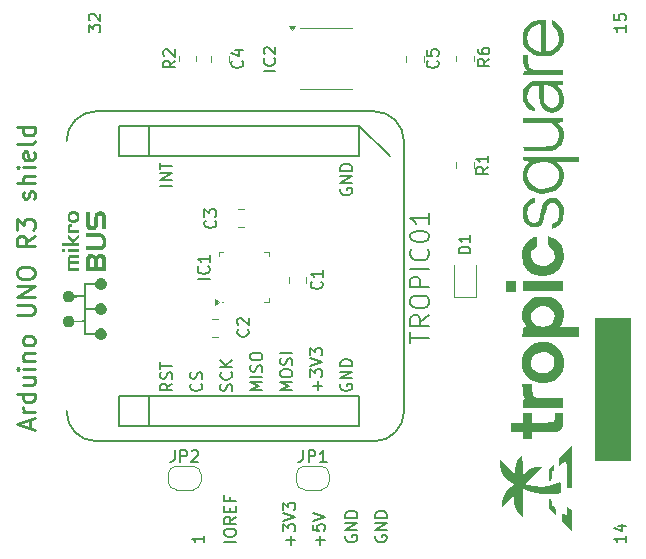
<source format=gbr>
%TF.GenerationSoftware,KiCad,Pcbnew,9.0.7+1*%
%TF.CreationDate,2026-02-18T14:12:11+01:00*%
%TF.ProjectId,ts14-arduino-shield,74733134-2d61-4726-9475-696e6f2d7368,rev?*%
%TF.SameCoordinates,Original*%
%TF.FileFunction,Legend,Top*%
%TF.FilePolarity,Positive*%
%FSLAX46Y46*%
G04 Gerber Fmt 4.6, Leading zero omitted, Abs format (unit mm)*
G04 Created by KiCad (PCBNEW 9.0.7+1) date 2026-02-18 14:12:11*
%MOMM*%
%LPD*%
G01*
G04 APERTURE LIST*
%ADD10C,0.120000*%
%ADD11C,0.150000*%
%ADD12C,0.250000*%
%ADD13C,0.200000*%
%ADD14C,0.000000*%
%ADD15C,0.127000*%
G04 APERTURE END LIST*
D10*
X170750000Y-100000000D02*
X173750000Y-100000000D01*
X173750000Y-112000000D01*
X170750000Y-112000000D01*
X170750000Y-100000000D01*
G36*
X170750000Y-100000000D02*
G01*
X173750000Y-100000000D01*
X173750000Y-112000000D01*
X170750000Y-112000000D01*
X170750000Y-100000000D01*
G37*
D11*
X137619819Y-118389411D02*
X137619819Y-118960839D01*
X137619819Y-118675125D02*
X136619819Y-118675125D01*
X136619819Y-118675125D02*
X136762676Y-118770363D01*
X136762676Y-118770363D02*
X136857914Y-118865601D01*
X136857914Y-118865601D02*
X136905533Y-118960839D01*
X140359819Y-118893220D02*
X139359819Y-118893220D01*
X139359819Y-118226554D02*
X139359819Y-118036078D01*
X139359819Y-118036078D02*
X139407438Y-117940840D01*
X139407438Y-117940840D02*
X139502676Y-117845602D01*
X139502676Y-117845602D02*
X139693152Y-117797983D01*
X139693152Y-117797983D02*
X140026485Y-117797983D01*
X140026485Y-117797983D02*
X140216961Y-117845602D01*
X140216961Y-117845602D02*
X140312200Y-117940840D01*
X140312200Y-117940840D02*
X140359819Y-118036078D01*
X140359819Y-118036078D02*
X140359819Y-118226554D01*
X140359819Y-118226554D02*
X140312200Y-118321792D01*
X140312200Y-118321792D02*
X140216961Y-118417030D01*
X140216961Y-118417030D02*
X140026485Y-118464649D01*
X140026485Y-118464649D02*
X139693152Y-118464649D01*
X139693152Y-118464649D02*
X139502676Y-118417030D01*
X139502676Y-118417030D02*
X139407438Y-118321792D01*
X139407438Y-118321792D02*
X139359819Y-118226554D01*
X140359819Y-116797983D02*
X139883628Y-117131316D01*
X140359819Y-117369411D02*
X139359819Y-117369411D01*
X139359819Y-117369411D02*
X139359819Y-116988459D01*
X139359819Y-116988459D02*
X139407438Y-116893221D01*
X139407438Y-116893221D02*
X139455057Y-116845602D01*
X139455057Y-116845602D02*
X139550295Y-116797983D01*
X139550295Y-116797983D02*
X139693152Y-116797983D01*
X139693152Y-116797983D02*
X139788390Y-116845602D01*
X139788390Y-116845602D02*
X139836009Y-116893221D01*
X139836009Y-116893221D02*
X139883628Y-116988459D01*
X139883628Y-116988459D02*
X139883628Y-117369411D01*
X139836009Y-116369411D02*
X139836009Y-116036078D01*
X140359819Y-115893221D02*
X140359819Y-116369411D01*
X140359819Y-116369411D02*
X139359819Y-116369411D01*
X139359819Y-116369411D02*
X139359819Y-115893221D01*
X139836009Y-115131316D02*
X139836009Y-115464649D01*
X140359819Y-115464649D02*
X139359819Y-115464649D01*
X139359819Y-115464649D02*
X139359819Y-114988459D01*
X144988866Y-119163220D02*
X144988866Y-118401316D01*
X145369819Y-118782268D02*
X144607914Y-118782268D01*
X144369819Y-118020363D02*
X144369819Y-117401316D01*
X144369819Y-117401316D02*
X144750771Y-117734649D01*
X144750771Y-117734649D02*
X144750771Y-117591792D01*
X144750771Y-117591792D02*
X144798390Y-117496554D01*
X144798390Y-117496554D02*
X144846009Y-117448935D01*
X144846009Y-117448935D02*
X144941247Y-117401316D01*
X144941247Y-117401316D02*
X145179342Y-117401316D01*
X145179342Y-117401316D02*
X145274580Y-117448935D01*
X145274580Y-117448935D02*
X145322200Y-117496554D01*
X145322200Y-117496554D02*
X145369819Y-117591792D01*
X145369819Y-117591792D02*
X145369819Y-117877506D01*
X145369819Y-117877506D02*
X145322200Y-117972744D01*
X145322200Y-117972744D02*
X145274580Y-118020363D01*
X144369819Y-117115601D02*
X145369819Y-116782268D01*
X145369819Y-116782268D02*
X144369819Y-116448935D01*
X144369819Y-116210839D02*
X144369819Y-115591792D01*
X144369819Y-115591792D02*
X144750771Y-115925125D01*
X144750771Y-115925125D02*
X144750771Y-115782268D01*
X144750771Y-115782268D02*
X144798390Y-115687030D01*
X144798390Y-115687030D02*
X144846009Y-115639411D01*
X144846009Y-115639411D02*
X144941247Y-115591792D01*
X144941247Y-115591792D02*
X145179342Y-115591792D01*
X145179342Y-115591792D02*
X145274580Y-115639411D01*
X145274580Y-115639411D02*
X145322200Y-115687030D01*
X145322200Y-115687030D02*
X145369819Y-115782268D01*
X145369819Y-115782268D02*
X145369819Y-116067982D01*
X145369819Y-116067982D02*
X145322200Y-116163220D01*
X145322200Y-116163220D02*
X145274580Y-116210839D01*
D12*
X122874857Y-109285714D02*
X122874857Y-108571429D01*
X123303428Y-109428571D02*
X121803428Y-108928571D01*
X121803428Y-108928571D02*
X123303428Y-108428571D01*
X123303428Y-107928572D02*
X122303428Y-107928572D01*
X122589142Y-107928572D02*
X122446285Y-107857143D01*
X122446285Y-107857143D02*
X122374857Y-107785715D01*
X122374857Y-107785715D02*
X122303428Y-107642857D01*
X122303428Y-107642857D02*
X122303428Y-107500000D01*
X123303428Y-106357144D02*
X121803428Y-106357144D01*
X123232000Y-106357144D02*
X123303428Y-106500001D01*
X123303428Y-106500001D02*
X123303428Y-106785715D01*
X123303428Y-106785715D02*
X123232000Y-106928572D01*
X123232000Y-106928572D02*
X123160571Y-107000001D01*
X123160571Y-107000001D02*
X123017714Y-107071429D01*
X123017714Y-107071429D02*
X122589142Y-107071429D01*
X122589142Y-107071429D02*
X122446285Y-107000001D01*
X122446285Y-107000001D02*
X122374857Y-106928572D01*
X122374857Y-106928572D02*
X122303428Y-106785715D01*
X122303428Y-106785715D02*
X122303428Y-106500001D01*
X122303428Y-106500001D02*
X122374857Y-106357144D01*
X122303428Y-105000001D02*
X123303428Y-105000001D01*
X122303428Y-105642858D02*
X123089142Y-105642858D01*
X123089142Y-105642858D02*
X123232000Y-105571429D01*
X123232000Y-105571429D02*
X123303428Y-105428572D01*
X123303428Y-105428572D02*
X123303428Y-105214286D01*
X123303428Y-105214286D02*
X123232000Y-105071429D01*
X123232000Y-105071429D02*
X123160571Y-105000001D01*
X123303428Y-104285715D02*
X122303428Y-104285715D01*
X121803428Y-104285715D02*
X121874857Y-104357143D01*
X121874857Y-104357143D02*
X121946285Y-104285715D01*
X121946285Y-104285715D02*
X121874857Y-104214286D01*
X121874857Y-104214286D02*
X121803428Y-104285715D01*
X121803428Y-104285715D02*
X121946285Y-104285715D01*
X122303428Y-103571429D02*
X123303428Y-103571429D01*
X122446285Y-103571429D02*
X122374857Y-103500000D01*
X122374857Y-103500000D02*
X122303428Y-103357143D01*
X122303428Y-103357143D02*
X122303428Y-103142857D01*
X122303428Y-103142857D02*
X122374857Y-103000000D01*
X122374857Y-103000000D02*
X122517714Y-102928572D01*
X122517714Y-102928572D02*
X123303428Y-102928572D01*
X123303428Y-102000000D02*
X123232000Y-102142857D01*
X123232000Y-102142857D02*
X123160571Y-102214286D01*
X123160571Y-102214286D02*
X123017714Y-102285714D01*
X123017714Y-102285714D02*
X122589142Y-102285714D01*
X122589142Y-102285714D02*
X122446285Y-102214286D01*
X122446285Y-102214286D02*
X122374857Y-102142857D01*
X122374857Y-102142857D02*
X122303428Y-102000000D01*
X122303428Y-102000000D02*
X122303428Y-101785714D01*
X122303428Y-101785714D02*
X122374857Y-101642857D01*
X122374857Y-101642857D02*
X122446285Y-101571429D01*
X122446285Y-101571429D02*
X122589142Y-101500000D01*
X122589142Y-101500000D02*
X123017714Y-101500000D01*
X123017714Y-101500000D02*
X123160571Y-101571429D01*
X123160571Y-101571429D02*
X123232000Y-101642857D01*
X123232000Y-101642857D02*
X123303428Y-101785714D01*
X123303428Y-101785714D02*
X123303428Y-102000000D01*
X121803428Y-99714286D02*
X123017714Y-99714286D01*
X123017714Y-99714286D02*
X123160571Y-99642857D01*
X123160571Y-99642857D02*
X123232000Y-99571429D01*
X123232000Y-99571429D02*
X123303428Y-99428571D01*
X123303428Y-99428571D02*
X123303428Y-99142857D01*
X123303428Y-99142857D02*
X123232000Y-99000000D01*
X123232000Y-99000000D02*
X123160571Y-98928571D01*
X123160571Y-98928571D02*
X123017714Y-98857143D01*
X123017714Y-98857143D02*
X121803428Y-98857143D01*
X123303428Y-98142857D02*
X121803428Y-98142857D01*
X121803428Y-98142857D02*
X123303428Y-97285714D01*
X123303428Y-97285714D02*
X121803428Y-97285714D01*
X121803428Y-96285713D02*
X121803428Y-95999999D01*
X121803428Y-95999999D02*
X121874857Y-95857142D01*
X121874857Y-95857142D02*
X122017714Y-95714285D01*
X122017714Y-95714285D02*
X122303428Y-95642856D01*
X122303428Y-95642856D02*
X122803428Y-95642856D01*
X122803428Y-95642856D02*
X123089142Y-95714285D01*
X123089142Y-95714285D02*
X123232000Y-95857142D01*
X123232000Y-95857142D02*
X123303428Y-95999999D01*
X123303428Y-95999999D02*
X123303428Y-96285713D01*
X123303428Y-96285713D02*
X123232000Y-96428571D01*
X123232000Y-96428571D02*
X123089142Y-96571428D01*
X123089142Y-96571428D02*
X122803428Y-96642856D01*
X122803428Y-96642856D02*
X122303428Y-96642856D01*
X122303428Y-96642856D02*
X122017714Y-96571428D01*
X122017714Y-96571428D02*
X121874857Y-96428571D01*
X121874857Y-96428571D02*
X121803428Y-96285713D01*
X123303428Y-92999999D02*
X122589142Y-93499999D01*
X123303428Y-93857142D02*
X121803428Y-93857142D01*
X121803428Y-93857142D02*
X121803428Y-93285713D01*
X121803428Y-93285713D02*
X121874857Y-93142856D01*
X121874857Y-93142856D02*
X121946285Y-93071427D01*
X121946285Y-93071427D02*
X122089142Y-92999999D01*
X122089142Y-92999999D02*
X122303428Y-92999999D01*
X122303428Y-92999999D02*
X122446285Y-93071427D01*
X122446285Y-93071427D02*
X122517714Y-93142856D01*
X122517714Y-93142856D02*
X122589142Y-93285713D01*
X122589142Y-93285713D02*
X122589142Y-93857142D01*
X121803428Y-92499999D02*
X121803428Y-91571427D01*
X121803428Y-91571427D02*
X122374857Y-92071427D01*
X122374857Y-92071427D02*
X122374857Y-91857142D01*
X122374857Y-91857142D02*
X122446285Y-91714285D01*
X122446285Y-91714285D02*
X122517714Y-91642856D01*
X122517714Y-91642856D02*
X122660571Y-91571427D01*
X122660571Y-91571427D02*
X123017714Y-91571427D01*
X123017714Y-91571427D02*
X123160571Y-91642856D01*
X123160571Y-91642856D02*
X123232000Y-91714285D01*
X123232000Y-91714285D02*
X123303428Y-91857142D01*
X123303428Y-91857142D02*
X123303428Y-92285713D01*
X123303428Y-92285713D02*
X123232000Y-92428570D01*
X123232000Y-92428570D02*
X123160571Y-92499999D01*
X123232000Y-89857142D02*
X123303428Y-89714285D01*
X123303428Y-89714285D02*
X123303428Y-89428571D01*
X123303428Y-89428571D02*
X123232000Y-89285714D01*
X123232000Y-89285714D02*
X123089142Y-89214285D01*
X123089142Y-89214285D02*
X123017714Y-89214285D01*
X123017714Y-89214285D02*
X122874857Y-89285714D01*
X122874857Y-89285714D02*
X122803428Y-89428571D01*
X122803428Y-89428571D02*
X122803428Y-89642857D01*
X122803428Y-89642857D02*
X122732000Y-89785714D01*
X122732000Y-89785714D02*
X122589142Y-89857142D01*
X122589142Y-89857142D02*
X122517714Y-89857142D01*
X122517714Y-89857142D02*
X122374857Y-89785714D01*
X122374857Y-89785714D02*
X122303428Y-89642857D01*
X122303428Y-89642857D02*
X122303428Y-89428571D01*
X122303428Y-89428571D02*
X122374857Y-89285714D01*
X123303428Y-88571428D02*
X121803428Y-88571428D01*
X123303428Y-87928571D02*
X122517714Y-87928571D01*
X122517714Y-87928571D02*
X122374857Y-87999999D01*
X122374857Y-87999999D02*
X122303428Y-88142856D01*
X122303428Y-88142856D02*
X122303428Y-88357142D01*
X122303428Y-88357142D02*
X122374857Y-88499999D01*
X122374857Y-88499999D02*
X122446285Y-88571428D01*
X123303428Y-87214285D02*
X122303428Y-87214285D01*
X121803428Y-87214285D02*
X121874857Y-87285713D01*
X121874857Y-87285713D02*
X121946285Y-87214285D01*
X121946285Y-87214285D02*
X121874857Y-87142856D01*
X121874857Y-87142856D02*
X121803428Y-87214285D01*
X121803428Y-87214285D02*
X121946285Y-87214285D01*
X123232000Y-85928570D02*
X123303428Y-86071427D01*
X123303428Y-86071427D02*
X123303428Y-86357142D01*
X123303428Y-86357142D02*
X123232000Y-86499999D01*
X123232000Y-86499999D02*
X123089142Y-86571427D01*
X123089142Y-86571427D02*
X122517714Y-86571427D01*
X122517714Y-86571427D02*
X122374857Y-86499999D01*
X122374857Y-86499999D02*
X122303428Y-86357142D01*
X122303428Y-86357142D02*
X122303428Y-86071427D01*
X122303428Y-86071427D02*
X122374857Y-85928570D01*
X122374857Y-85928570D02*
X122517714Y-85857142D01*
X122517714Y-85857142D02*
X122660571Y-85857142D01*
X122660571Y-85857142D02*
X122803428Y-86571427D01*
X123303428Y-84999999D02*
X123232000Y-85142856D01*
X123232000Y-85142856D02*
X123089142Y-85214285D01*
X123089142Y-85214285D02*
X121803428Y-85214285D01*
X123303428Y-83785714D02*
X121803428Y-83785714D01*
X123232000Y-83785714D02*
X123303428Y-83928571D01*
X123303428Y-83928571D02*
X123303428Y-84214285D01*
X123303428Y-84214285D02*
X123232000Y-84357142D01*
X123232000Y-84357142D02*
X123160571Y-84428571D01*
X123160571Y-84428571D02*
X123017714Y-84499999D01*
X123017714Y-84499999D02*
X122589142Y-84499999D01*
X122589142Y-84499999D02*
X122446285Y-84428571D01*
X122446285Y-84428571D02*
X122374857Y-84357142D01*
X122374857Y-84357142D02*
X122303428Y-84214285D01*
X122303428Y-84214285D02*
X122303428Y-83928571D01*
X122303428Y-83928571D02*
X122374857Y-83785714D01*
D11*
X147488866Y-119163220D02*
X147488866Y-118401316D01*
X147869819Y-118782268D02*
X147107914Y-118782268D01*
X146869819Y-117448935D02*
X146869819Y-117925125D01*
X146869819Y-117925125D02*
X147346009Y-117972744D01*
X147346009Y-117972744D02*
X147298390Y-117925125D01*
X147298390Y-117925125D02*
X147250771Y-117829887D01*
X147250771Y-117829887D02*
X147250771Y-117591792D01*
X147250771Y-117591792D02*
X147298390Y-117496554D01*
X147298390Y-117496554D02*
X147346009Y-117448935D01*
X147346009Y-117448935D02*
X147441247Y-117401316D01*
X147441247Y-117401316D02*
X147679342Y-117401316D01*
X147679342Y-117401316D02*
X147774580Y-117448935D01*
X147774580Y-117448935D02*
X147822200Y-117496554D01*
X147822200Y-117496554D02*
X147869819Y-117591792D01*
X147869819Y-117591792D02*
X147869819Y-117829887D01*
X147869819Y-117829887D02*
X147822200Y-117925125D01*
X147822200Y-117925125D02*
X147774580Y-117972744D01*
X146869819Y-117115601D02*
X147869819Y-116782268D01*
X147869819Y-116782268D02*
X146869819Y-116448935D01*
X127869819Y-75758458D02*
X127869819Y-75139411D01*
X127869819Y-75139411D02*
X128250771Y-75472744D01*
X128250771Y-75472744D02*
X128250771Y-75329887D01*
X128250771Y-75329887D02*
X128298390Y-75234649D01*
X128298390Y-75234649D02*
X128346009Y-75187030D01*
X128346009Y-75187030D02*
X128441247Y-75139411D01*
X128441247Y-75139411D02*
X128679342Y-75139411D01*
X128679342Y-75139411D02*
X128774580Y-75187030D01*
X128774580Y-75187030D02*
X128822200Y-75234649D01*
X128822200Y-75234649D02*
X128869819Y-75329887D01*
X128869819Y-75329887D02*
X128869819Y-75615601D01*
X128869819Y-75615601D02*
X128822200Y-75710839D01*
X128822200Y-75710839D02*
X128774580Y-75758458D01*
X127965057Y-74758458D02*
X127917438Y-74710839D01*
X127917438Y-74710839D02*
X127869819Y-74615601D01*
X127869819Y-74615601D02*
X127869819Y-74377506D01*
X127869819Y-74377506D02*
X127917438Y-74282268D01*
X127917438Y-74282268D02*
X127965057Y-74234649D01*
X127965057Y-74234649D02*
X128060295Y-74187030D01*
X128060295Y-74187030D02*
X128155533Y-74187030D01*
X128155533Y-74187030D02*
X128298390Y-74234649D01*
X128298390Y-74234649D02*
X128869819Y-74806077D01*
X128869819Y-74806077D02*
X128869819Y-74187030D01*
X173369819Y-118389411D02*
X173369819Y-118960839D01*
X173369819Y-118675125D02*
X172369819Y-118675125D01*
X172369819Y-118675125D02*
X172512676Y-118770363D01*
X172512676Y-118770363D02*
X172607914Y-118865601D01*
X172607914Y-118865601D02*
X172655533Y-118960839D01*
X172703152Y-117532268D02*
X173369819Y-117532268D01*
X172322200Y-117770363D02*
X173036485Y-118008458D01*
X173036485Y-118008458D02*
X173036485Y-117389411D01*
X152167438Y-118389411D02*
X152119819Y-118484649D01*
X152119819Y-118484649D02*
X152119819Y-118627506D01*
X152119819Y-118627506D02*
X152167438Y-118770363D01*
X152167438Y-118770363D02*
X152262676Y-118865601D01*
X152262676Y-118865601D02*
X152357914Y-118913220D01*
X152357914Y-118913220D02*
X152548390Y-118960839D01*
X152548390Y-118960839D02*
X152691247Y-118960839D01*
X152691247Y-118960839D02*
X152881723Y-118913220D01*
X152881723Y-118913220D02*
X152976961Y-118865601D01*
X152976961Y-118865601D02*
X153072200Y-118770363D01*
X153072200Y-118770363D02*
X153119819Y-118627506D01*
X153119819Y-118627506D02*
X153119819Y-118532268D01*
X153119819Y-118532268D02*
X153072200Y-118389411D01*
X153072200Y-118389411D02*
X153024580Y-118341792D01*
X153024580Y-118341792D02*
X152691247Y-118341792D01*
X152691247Y-118341792D02*
X152691247Y-118532268D01*
X153119819Y-117913220D02*
X152119819Y-117913220D01*
X152119819Y-117913220D02*
X153119819Y-117341792D01*
X153119819Y-117341792D02*
X152119819Y-117341792D01*
X153119819Y-116865601D02*
X152119819Y-116865601D01*
X152119819Y-116865601D02*
X152119819Y-116627506D01*
X152119819Y-116627506D02*
X152167438Y-116484649D01*
X152167438Y-116484649D02*
X152262676Y-116389411D01*
X152262676Y-116389411D02*
X152357914Y-116341792D01*
X152357914Y-116341792D02*
X152548390Y-116294173D01*
X152548390Y-116294173D02*
X152691247Y-116294173D01*
X152691247Y-116294173D02*
X152881723Y-116341792D01*
X152881723Y-116341792D02*
X152976961Y-116389411D01*
X152976961Y-116389411D02*
X153072200Y-116484649D01*
X153072200Y-116484649D02*
X153119819Y-116627506D01*
X153119819Y-116627506D02*
X153119819Y-116865601D01*
X149667438Y-118389411D02*
X149619819Y-118484649D01*
X149619819Y-118484649D02*
X149619819Y-118627506D01*
X149619819Y-118627506D02*
X149667438Y-118770363D01*
X149667438Y-118770363D02*
X149762676Y-118865601D01*
X149762676Y-118865601D02*
X149857914Y-118913220D01*
X149857914Y-118913220D02*
X150048390Y-118960839D01*
X150048390Y-118960839D02*
X150191247Y-118960839D01*
X150191247Y-118960839D02*
X150381723Y-118913220D01*
X150381723Y-118913220D02*
X150476961Y-118865601D01*
X150476961Y-118865601D02*
X150572200Y-118770363D01*
X150572200Y-118770363D02*
X150619819Y-118627506D01*
X150619819Y-118627506D02*
X150619819Y-118532268D01*
X150619819Y-118532268D02*
X150572200Y-118389411D01*
X150572200Y-118389411D02*
X150524580Y-118341792D01*
X150524580Y-118341792D02*
X150191247Y-118341792D01*
X150191247Y-118341792D02*
X150191247Y-118532268D01*
X150619819Y-117913220D02*
X149619819Y-117913220D01*
X149619819Y-117913220D02*
X150619819Y-117341792D01*
X150619819Y-117341792D02*
X149619819Y-117341792D01*
X150619819Y-116865601D02*
X149619819Y-116865601D01*
X149619819Y-116865601D02*
X149619819Y-116627506D01*
X149619819Y-116627506D02*
X149667438Y-116484649D01*
X149667438Y-116484649D02*
X149762676Y-116389411D01*
X149762676Y-116389411D02*
X149857914Y-116341792D01*
X149857914Y-116341792D02*
X150048390Y-116294173D01*
X150048390Y-116294173D02*
X150191247Y-116294173D01*
X150191247Y-116294173D02*
X150381723Y-116341792D01*
X150381723Y-116341792D02*
X150476961Y-116389411D01*
X150476961Y-116389411D02*
X150572200Y-116484649D01*
X150572200Y-116484649D02*
X150619819Y-116627506D01*
X150619819Y-116627506D02*
X150619819Y-116865601D01*
X173369819Y-75139411D02*
X173369819Y-75710839D01*
X173369819Y-75425125D02*
X172369819Y-75425125D01*
X172369819Y-75425125D02*
X172512676Y-75520363D01*
X172512676Y-75520363D02*
X172607914Y-75615601D01*
X172607914Y-75615601D02*
X172655533Y-75710839D01*
X172369819Y-74234649D02*
X172369819Y-74710839D01*
X172369819Y-74710839D02*
X172846009Y-74758458D01*
X172846009Y-74758458D02*
X172798390Y-74710839D01*
X172798390Y-74710839D02*
X172750771Y-74615601D01*
X172750771Y-74615601D02*
X172750771Y-74377506D01*
X172750771Y-74377506D02*
X172798390Y-74282268D01*
X172798390Y-74282268D02*
X172846009Y-74234649D01*
X172846009Y-74234649D02*
X172941247Y-74187030D01*
X172941247Y-74187030D02*
X173179342Y-74187030D01*
X173179342Y-74187030D02*
X173274580Y-74234649D01*
X173274580Y-74234649D02*
X173322200Y-74282268D01*
X173322200Y-74282268D02*
X173369819Y-74377506D01*
X173369819Y-74377506D02*
X173369819Y-74615601D01*
X173369819Y-74615601D02*
X173322200Y-74710839D01*
X173322200Y-74710839D02*
X173274580Y-74758458D01*
X138589580Y-91716666D02*
X138637200Y-91764285D01*
X138637200Y-91764285D02*
X138684819Y-91907142D01*
X138684819Y-91907142D02*
X138684819Y-92002380D01*
X138684819Y-92002380D02*
X138637200Y-92145237D01*
X138637200Y-92145237D02*
X138541961Y-92240475D01*
X138541961Y-92240475D02*
X138446723Y-92288094D01*
X138446723Y-92288094D02*
X138256247Y-92335713D01*
X138256247Y-92335713D02*
X138113390Y-92335713D01*
X138113390Y-92335713D02*
X137922914Y-92288094D01*
X137922914Y-92288094D02*
X137827676Y-92240475D01*
X137827676Y-92240475D02*
X137732438Y-92145237D01*
X137732438Y-92145237D02*
X137684819Y-92002380D01*
X137684819Y-92002380D02*
X137684819Y-91907142D01*
X137684819Y-91907142D02*
X137732438Y-91764285D01*
X137732438Y-91764285D02*
X137780057Y-91716666D01*
X137684819Y-91383332D02*
X137684819Y-90764285D01*
X137684819Y-90764285D02*
X138065771Y-91097618D01*
X138065771Y-91097618D02*
X138065771Y-90954761D01*
X138065771Y-90954761D02*
X138113390Y-90859523D01*
X138113390Y-90859523D02*
X138161009Y-90811904D01*
X138161009Y-90811904D02*
X138256247Y-90764285D01*
X138256247Y-90764285D02*
X138494342Y-90764285D01*
X138494342Y-90764285D02*
X138589580Y-90811904D01*
X138589580Y-90811904D02*
X138637200Y-90859523D01*
X138637200Y-90859523D02*
X138684819Y-90954761D01*
X138684819Y-90954761D02*
X138684819Y-91240475D01*
X138684819Y-91240475D02*
X138637200Y-91335713D01*
X138637200Y-91335713D02*
X138589580Y-91383332D01*
X140859580Y-78166666D02*
X140907200Y-78214285D01*
X140907200Y-78214285D02*
X140954819Y-78357142D01*
X140954819Y-78357142D02*
X140954819Y-78452380D01*
X140954819Y-78452380D02*
X140907200Y-78595237D01*
X140907200Y-78595237D02*
X140811961Y-78690475D01*
X140811961Y-78690475D02*
X140716723Y-78738094D01*
X140716723Y-78738094D02*
X140526247Y-78785713D01*
X140526247Y-78785713D02*
X140383390Y-78785713D01*
X140383390Y-78785713D02*
X140192914Y-78738094D01*
X140192914Y-78738094D02*
X140097676Y-78690475D01*
X140097676Y-78690475D02*
X140002438Y-78595237D01*
X140002438Y-78595237D02*
X139954819Y-78452380D01*
X139954819Y-78452380D02*
X139954819Y-78357142D01*
X139954819Y-78357142D02*
X140002438Y-78214285D01*
X140002438Y-78214285D02*
X140050057Y-78166666D01*
X140288152Y-77309523D02*
X140954819Y-77309523D01*
X139907200Y-77547618D02*
X140621485Y-77785713D01*
X140621485Y-77785713D02*
X140621485Y-77166666D01*
X141359580Y-100916666D02*
X141407200Y-100964285D01*
X141407200Y-100964285D02*
X141454819Y-101107142D01*
X141454819Y-101107142D02*
X141454819Y-101202380D01*
X141454819Y-101202380D02*
X141407200Y-101345237D01*
X141407200Y-101345237D02*
X141311961Y-101440475D01*
X141311961Y-101440475D02*
X141216723Y-101488094D01*
X141216723Y-101488094D02*
X141026247Y-101535713D01*
X141026247Y-101535713D02*
X140883390Y-101535713D01*
X140883390Y-101535713D02*
X140692914Y-101488094D01*
X140692914Y-101488094D02*
X140597676Y-101440475D01*
X140597676Y-101440475D02*
X140502438Y-101345237D01*
X140502438Y-101345237D02*
X140454819Y-101202380D01*
X140454819Y-101202380D02*
X140454819Y-101107142D01*
X140454819Y-101107142D02*
X140502438Y-100964285D01*
X140502438Y-100964285D02*
X140550057Y-100916666D01*
X140550057Y-100535713D02*
X140502438Y-100488094D01*
X140502438Y-100488094D02*
X140454819Y-100392856D01*
X140454819Y-100392856D02*
X140454819Y-100154761D01*
X140454819Y-100154761D02*
X140502438Y-100059523D01*
X140502438Y-100059523D02*
X140550057Y-100011904D01*
X140550057Y-100011904D02*
X140645295Y-99964285D01*
X140645295Y-99964285D02*
X140740533Y-99964285D01*
X140740533Y-99964285D02*
X140883390Y-100011904D01*
X140883390Y-100011904D02*
X141454819Y-100583332D01*
X141454819Y-100583332D02*
X141454819Y-99964285D01*
X147589580Y-96879166D02*
X147637200Y-96926785D01*
X147637200Y-96926785D02*
X147684819Y-97069642D01*
X147684819Y-97069642D02*
X147684819Y-97164880D01*
X147684819Y-97164880D02*
X147637200Y-97307737D01*
X147637200Y-97307737D02*
X147541961Y-97402975D01*
X147541961Y-97402975D02*
X147446723Y-97450594D01*
X147446723Y-97450594D02*
X147256247Y-97498213D01*
X147256247Y-97498213D02*
X147113390Y-97498213D01*
X147113390Y-97498213D02*
X146922914Y-97450594D01*
X146922914Y-97450594D02*
X146827676Y-97402975D01*
X146827676Y-97402975D02*
X146732438Y-97307737D01*
X146732438Y-97307737D02*
X146684819Y-97164880D01*
X146684819Y-97164880D02*
X146684819Y-97069642D01*
X146684819Y-97069642D02*
X146732438Y-96926785D01*
X146732438Y-96926785D02*
X146780057Y-96879166D01*
X147684819Y-95926785D02*
X147684819Y-96498213D01*
X147684819Y-96212499D02*
X146684819Y-96212499D01*
X146684819Y-96212499D02*
X146827676Y-96307737D01*
X146827676Y-96307737D02*
X146922914Y-96402975D01*
X146922914Y-96402975D02*
X146970533Y-96498213D01*
X146026666Y-111154819D02*
X146026666Y-111869104D01*
X146026666Y-111869104D02*
X145979047Y-112011961D01*
X145979047Y-112011961D02*
X145883809Y-112107200D01*
X145883809Y-112107200D02*
X145740952Y-112154819D01*
X145740952Y-112154819D02*
X145645714Y-112154819D01*
X146502857Y-112154819D02*
X146502857Y-111154819D01*
X146502857Y-111154819D02*
X146883809Y-111154819D01*
X146883809Y-111154819D02*
X146979047Y-111202438D01*
X146979047Y-111202438D02*
X147026666Y-111250057D01*
X147026666Y-111250057D02*
X147074285Y-111345295D01*
X147074285Y-111345295D02*
X147074285Y-111488152D01*
X147074285Y-111488152D02*
X147026666Y-111583390D01*
X147026666Y-111583390D02*
X146979047Y-111631009D01*
X146979047Y-111631009D02*
X146883809Y-111678628D01*
X146883809Y-111678628D02*
X146502857Y-111678628D01*
X148026666Y-112154819D02*
X147455238Y-112154819D01*
X147740952Y-112154819D02*
X147740952Y-111154819D01*
X147740952Y-111154819D02*
X147645714Y-111297676D01*
X147645714Y-111297676D02*
X147550476Y-111392914D01*
X147550476Y-111392914D02*
X147455238Y-111440533D01*
D13*
X155129790Y-102100000D02*
X155129790Y-101185714D01*
X156729790Y-101642857D02*
X155129790Y-101642857D01*
X156729790Y-99738094D02*
X155967885Y-100271428D01*
X156729790Y-100652380D02*
X155129790Y-100652380D01*
X155129790Y-100652380D02*
X155129790Y-100042856D01*
X155129790Y-100042856D02*
X155205980Y-99890475D01*
X155205980Y-99890475D02*
X155282171Y-99814285D01*
X155282171Y-99814285D02*
X155434552Y-99738094D01*
X155434552Y-99738094D02*
X155663123Y-99738094D01*
X155663123Y-99738094D02*
X155815504Y-99814285D01*
X155815504Y-99814285D02*
X155891695Y-99890475D01*
X155891695Y-99890475D02*
X155967885Y-100042856D01*
X155967885Y-100042856D02*
X155967885Y-100652380D01*
X155129790Y-98747618D02*
X155129790Y-98442856D01*
X155129790Y-98442856D02*
X155205980Y-98290475D01*
X155205980Y-98290475D02*
X155358361Y-98138094D01*
X155358361Y-98138094D02*
X155663123Y-98061904D01*
X155663123Y-98061904D02*
X156196457Y-98061904D01*
X156196457Y-98061904D02*
X156501219Y-98138094D01*
X156501219Y-98138094D02*
X156653600Y-98290475D01*
X156653600Y-98290475D02*
X156729790Y-98442856D01*
X156729790Y-98442856D02*
X156729790Y-98747618D01*
X156729790Y-98747618D02*
X156653600Y-98899999D01*
X156653600Y-98899999D02*
X156501219Y-99052380D01*
X156501219Y-99052380D02*
X156196457Y-99128571D01*
X156196457Y-99128571D02*
X155663123Y-99128571D01*
X155663123Y-99128571D02*
X155358361Y-99052380D01*
X155358361Y-99052380D02*
X155205980Y-98899999D01*
X155205980Y-98899999D02*
X155129790Y-98747618D01*
X156729790Y-97376190D02*
X155129790Y-97376190D01*
X155129790Y-97376190D02*
X155129790Y-96766666D01*
X155129790Y-96766666D02*
X155205980Y-96614285D01*
X155205980Y-96614285D02*
X155282171Y-96538095D01*
X155282171Y-96538095D02*
X155434552Y-96461904D01*
X155434552Y-96461904D02*
X155663123Y-96461904D01*
X155663123Y-96461904D02*
X155815504Y-96538095D01*
X155815504Y-96538095D02*
X155891695Y-96614285D01*
X155891695Y-96614285D02*
X155967885Y-96766666D01*
X155967885Y-96766666D02*
X155967885Y-97376190D01*
X156729790Y-95776190D02*
X155129790Y-95776190D01*
X156577409Y-94099999D02*
X156653600Y-94176190D01*
X156653600Y-94176190D02*
X156729790Y-94404761D01*
X156729790Y-94404761D02*
X156729790Y-94557142D01*
X156729790Y-94557142D02*
X156653600Y-94785714D01*
X156653600Y-94785714D02*
X156501219Y-94938095D01*
X156501219Y-94938095D02*
X156348838Y-95014285D01*
X156348838Y-95014285D02*
X156044076Y-95090476D01*
X156044076Y-95090476D02*
X155815504Y-95090476D01*
X155815504Y-95090476D02*
X155510742Y-95014285D01*
X155510742Y-95014285D02*
X155358361Y-94938095D01*
X155358361Y-94938095D02*
X155205980Y-94785714D01*
X155205980Y-94785714D02*
X155129790Y-94557142D01*
X155129790Y-94557142D02*
X155129790Y-94404761D01*
X155129790Y-94404761D02*
X155205980Y-94176190D01*
X155205980Y-94176190D02*
X155282171Y-94099999D01*
X155129790Y-93109523D02*
X155129790Y-92957142D01*
X155129790Y-92957142D02*
X155205980Y-92804761D01*
X155205980Y-92804761D02*
X155282171Y-92728571D01*
X155282171Y-92728571D02*
X155434552Y-92652380D01*
X155434552Y-92652380D02*
X155739314Y-92576190D01*
X155739314Y-92576190D02*
X156120266Y-92576190D01*
X156120266Y-92576190D02*
X156425028Y-92652380D01*
X156425028Y-92652380D02*
X156577409Y-92728571D01*
X156577409Y-92728571D02*
X156653600Y-92804761D01*
X156653600Y-92804761D02*
X156729790Y-92957142D01*
X156729790Y-92957142D02*
X156729790Y-93109523D01*
X156729790Y-93109523D02*
X156653600Y-93261904D01*
X156653600Y-93261904D02*
X156577409Y-93338095D01*
X156577409Y-93338095D02*
X156425028Y-93414285D01*
X156425028Y-93414285D02*
X156120266Y-93490476D01*
X156120266Y-93490476D02*
X155739314Y-93490476D01*
X155739314Y-93490476D02*
X155434552Y-93414285D01*
X155434552Y-93414285D02*
X155282171Y-93338095D01*
X155282171Y-93338095D02*
X155205980Y-93261904D01*
X155205980Y-93261904D02*
X155129790Y-93109523D01*
X156729790Y-91052380D02*
X156729790Y-91966666D01*
X156729790Y-91509523D02*
X155129790Y-91509523D01*
X155129790Y-91509523D02*
X155358361Y-91661904D01*
X155358361Y-91661904D02*
X155510742Y-91814285D01*
X155510742Y-91814285D02*
X155586933Y-91966666D01*
D11*
X149237438Y-105558095D02*
X149189819Y-105653333D01*
X149189819Y-105653333D02*
X149189819Y-105796190D01*
X149189819Y-105796190D02*
X149237438Y-105939047D01*
X149237438Y-105939047D02*
X149332676Y-106034285D01*
X149332676Y-106034285D02*
X149427914Y-106081904D01*
X149427914Y-106081904D02*
X149618390Y-106129523D01*
X149618390Y-106129523D02*
X149761247Y-106129523D01*
X149761247Y-106129523D02*
X149951723Y-106081904D01*
X149951723Y-106081904D02*
X150046961Y-106034285D01*
X150046961Y-106034285D02*
X150142200Y-105939047D01*
X150142200Y-105939047D02*
X150189819Y-105796190D01*
X150189819Y-105796190D02*
X150189819Y-105700952D01*
X150189819Y-105700952D02*
X150142200Y-105558095D01*
X150142200Y-105558095D02*
X150094580Y-105510476D01*
X150094580Y-105510476D02*
X149761247Y-105510476D01*
X149761247Y-105510476D02*
X149761247Y-105700952D01*
X150189819Y-105081904D02*
X149189819Y-105081904D01*
X149189819Y-105081904D02*
X150189819Y-104510476D01*
X150189819Y-104510476D02*
X149189819Y-104510476D01*
X150189819Y-104034285D02*
X149189819Y-104034285D01*
X149189819Y-104034285D02*
X149189819Y-103796190D01*
X149189819Y-103796190D02*
X149237438Y-103653333D01*
X149237438Y-103653333D02*
X149332676Y-103558095D01*
X149332676Y-103558095D02*
X149427914Y-103510476D01*
X149427914Y-103510476D02*
X149618390Y-103462857D01*
X149618390Y-103462857D02*
X149761247Y-103462857D01*
X149761247Y-103462857D02*
X149951723Y-103510476D01*
X149951723Y-103510476D02*
X150046961Y-103558095D01*
X150046961Y-103558095D02*
X150142200Y-103653333D01*
X150142200Y-103653333D02*
X150189819Y-103796190D01*
X150189819Y-103796190D02*
X150189819Y-104034285D01*
X145109819Y-106081903D02*
X144109819Y-106081903D01*
X144109819Y-106081903D02*
X144824104Y-105748570D01*
X144824104Y-105748570D02*
X144109819Y-105415237D01*
X144109819Y-105415237D02*
X145109819Y-105415237D01*
X144109819Y-104748570D02*
X144109819Y-104558094D01*
X144109819Y-104558094D02*
X144157438Y-104462856D01*
X144157438Y-104462856D02*
X144252676Y-104367618D01*
X144252676Y-104367618D02*
X144443152Y-104319999D01*
X144443152Y-104319999D02*
X144776485Y-104319999D01*
X144776485Y-104319999D02*
X144966961Y-104367618D01*
X144966961Y-104367618D02*
X145062200Y-104462856D01*
X145062200Y-104462856D02*
X145109819Y-104558094D01*
X145109819Y-104558094D02*
X145109819Y-104748570D01*
X145109819Y-104748570D02*
X145062200Y-104843808D01*
X145062200Y-104843808D02*
X144966961Y-104939046D01*
X144966961Y-104939046D02*
X144776485Y-104986665D01*
X144776485Y-104986665D02*
X144443152Y-104986665D01*
X144443152Y-104986665D02*
X144252676Y-104939046D01*
X144252676Y-104939046D02*
X144157438Y-104843808D01*
X144157438Y-104843808D02*
X144109819Y-104748570D01*
X145062200Y-103939046D02*
X145109819Y-103796189D01*
X145109819Y-103796189D02*
X145109819Y-103558094D01*
X145109819Y-103558094D02*
X145062200Y-103462856D01*
X145062200Y-103462856D02*
X145014580Y-103415237D01*
X145014580Y-103415237D02*
X144919342Y-103367618D01*
X144919342Y-103367618D02*
X144824104Y-103367618D01*
X144824104Y-103367618D02*
X144728866Y-103415237D01*
X144728866Y-103415237D02*
X144681247Y-103462856D01*
X144681247Y-103462856D02*
X144633628Y-103558094D01*
X144633628Y-103558094D02*
X144586009Y-103748570D01*
X144586009Y-103748570D02*
X144538390Y-103843808D01*
X144538390Y-103843808D02*
X144490771Y-103891427D01*
X144490771Y-103891427D02*
X144395533Y-103939046D01*
X144395533Y-103939046D02*
X144300295Y-103939046D01*
X144300295Y-103939046D02*
X144205057Y-103891427D01*
X144205057Y-103891427D02*
X144157438Y-103843808D01*
X144157438Y-103843808D02*
X144109819Y-103748570D01*
X144109819Y-103748570D02*
X144109819Y-103510475D01*
X144109819Y-103510475D02*
X144157438Y-103367618D01*
X145109819Y-102939046D02*
X144109819Y-102939046D01*
X134949819Y-88767227D02*
X133949819Y-88767227D01*
X134949819Y-88291037D02*
X133949819Y-88291037D01*
X133949819Y-88291037D02*
X134949819Y-87719609D01*
X134949819Y-87719609D02*
X133949819Y-87719609D01*
X133949819Y-87386275D02*
X133949819Y-86814847D01*
X134949819Y-87100561D02*
X133949819Y-87100561D01*
X147268866Y-106081904D02*
X147268866Y-105320000D01*
X147649819Y-105700952D02*
X146887914Y-105700952D01*
X146649819Y-104939047D02*
X146649819Y-104320000D01*
X146649819Y-104320000D02*
X147030771Y-104653333D01*
X147030771Y-104653333D02*
X147030771Y-104510476D01*
X147030771Y-104510476D02*
X147078390Y-104415238D01*
X147078390Y-104415238D02*
X147126009Y-104367619D01*
X147126009Y-104367619D02*
X147221247Y-104320000D01*
X147221247Y-104320000D02*
X147459342Y-104320000D01*
X147459342Y-104320000D02*
X147554580Y-104367619D01*
X147554580Y-104367619D02*
X147602200Y-104415238D01*
X147602200Y-104415238D02*
X147649819Y-104510476D01*
X147649819Y-104510476D02*
X147649819Y-104796190D01*
X147649819Y-104796190D02*
X147602200Y-104891428D01*
X147602200Y-104891428D02*
X147554580Y-104939047D01*
X146649819Y-104034285D02*
X147649819Y-103700952D01*
X147649819Y-103700952D02*
X146649819Y-103367619D01*
X146649819Y-103129523D02*
X146649819Y-102510476D01*
X146649819Y-102510476D02*
X147030771Y-102843809D01*
X147030771Y-102843809D02*
X147030771Y-102700952D01*
X147030771Y-102700952D02*
X147078390Y-102605714D01*
X147078390Y-102605714D02*
X147126009Y-102558095D01*
X147126009Y-102558095D02*
X147221247Y-102510476D01*
X147221247Y-102510476D02*
X147459342Y-102510476D01*
X147459342Y-102510476D02*
X147554580Y-102558095D01*
X147554580Y-102558095D02*
X147602200Y-102605714D01*
X147602200Y-102605714D02*
X147649819Y-102700952D01*
X147649819Y-102700952D02*
X147649819Y-102986666D01*
X147649819Y-102986666D02*
X147602200Y-103081904D01*
X147602200Y-103081904D02*
X147554580Y-103129523D01*
X134949819Y-105510476D02*
X134473628Y-105843809D01*
X134949819Y-106081904D02*
X133949819Y-106081904D01*
X133949819Y-106081904D02*
X133949819Y-105700952D01*
X133949819Y-105700952D02*
X133997438Y-105605714D01*
X133997438Y-105605714D02*
X134045057Y-105558095D01*
X134045057Y-105558095D02*
X134140295Y-105510476D01*
X134140295Y-105510476D02*
X134283152Y-105510476D01*
X134283152Y-105510476D02*
X134378390Y-105558095D01*
X134378390Y-105558095D02*
X134426009Y-105605714D01*
X134426009Y-105605714D02*
X134473628Y-105700952D01*
X134473628Y-105700952D02*
X134473628Y-106081904D01*
X134902200Y-105129523D02*
X134949819Y-104986666D01*
X134949819Y-104986666D02*
X134949819Y-104748571D01*
X134949819Y-104748571D02*
X134902200Y-104653333D01*
X134902200Y-104653333D02*
X134854580Y-104605714D01*
X134854580Y-104605714D02*
X134759342Y-104558095D01*
X134759342Y-104558095D02*
X134664104Y-104558095D01*
X134664104Y-104558095D02*
X134568866Y-104605714D01*
X134568866Y-104605714D02*
X134521247Y-104653333D01*
X134521247Y-104653333D02*
X134473628Y-104748571D01*
X134473628Y-104748571D02*
X134426009Y-104939047D01*
X134426009Y-104939047D02*
X134378390Y-105034285D01*
X134378390Y-105034285D02*
X134330771Y-105081904D01*
X134330771Y-105081904D02*
X134235533Y-105129523D01*
X134235533Y-105129523D02*
X134140295Y-105129523D01*
X134140295Y-105129523D02*
X134045057Y-105081904D01*
X134045057Y-105081904D02*
X133997438Y-105034285D01*
X133997438Y-105034285D02*
X133949819Y-104939047D01*
X133949819Y-104939047D02*
X133949819Y-104700952D01*
X133949819Y-104700952D02*
X133997438Y-104558095D01*
X133949819Y-104272380D02*
X133949819Y-103700952D01*
X134949819Y-103986666D02*
X133949819Y-103986666D01*
X149237438Y-89005323D02*
X149189819Y-89100561D01*
X149189819Y-89100561D02*
X149189819Y-89243418D01*
X149189819Y-89243418D02*
X149237438Y-89386275D01*
X149237438Y-89386275D02*
X149332676Y-89481513D01*
X149332676Y-89481513D02*
X149427914Y-89529132D01*
X149427914Y-89529132D02*
X149618390Y-89576751D01*
X149618390Y-89576751D02*
X149761247Y-89576751D01*
X149761247Y-89576751D02*
X149951723Y-89529132D01*
X149951723Y-89529132D02*
X150046961Y-89481513D01*
X150046961Y-89481513D02*
X150142200Y-89386275D01*
X150142200Y-89386275D02*
X150189819Y-89243418D01*
X150189819Y-89243418D02*
X150189819Y-89148180D01*
X150189819Y-89148180D02*
X150142200Y-89005323D01*
X150142200Y-89005323D02*
X150094580Y-88957704D01*
X150094580Y-88957704D02*
X149761247Y-88957704D01*
X149761247Y-88957704D02*
X149761247Y-89148180D01*
X150189819Y-88529132D02*
X149189819Y-88529132D01*
X149189819Y-88529132D02*
X150189819Y-87957704D01*
X150189819Y-87957704D02*
X149189819Y-87957704D01*
X150189819Y-87481513D02*
X149189819Y-87481513D01*
X149189819Y-87481513D02*
X149189819Y-87243418D01*
X149189819Y-87243418D02*
X149237438Y-87100561D01*
X149237438Y-87100561D02*
X149332676Y-87005323D01*
X149332676Y-87005323D02*
X149427914Y-86957704D01*
X149427914Y-86957704D02*
X149618390Y-86910085D01*
X149618390Y-86910085D02*
X149761247Y-86910085D01*
X149761247Y-86910085D02*
X149951723Y-86957704D01*
X149951723Y-86957704D02*
X150046961Y-87005323D01*
X150046961Y-87005323D02*
X150142200Y-87100561D01*
X150142200Y-87100561D02*
X150189819Y-87243418D01*
X150189819Y-87243418D02*
X150189819Y-87481513D01*
X142569819Y-106081903D02*
X141569819Y-106081903D01*
X141569819Y-106081903D02*
X142284104Y-105748570D01*
X142284104Y-105748570D02*
X141569819Y-105415237D01*
X141569819Y-105415237D02*
X142569819Y-105415237D01*
X142569819Y-104939046D02*
X141569819Y-104939046D01*
X142522200Y-104510475D02*
X142569819Y-104367618D01*
X142569819Y-104367618D02*
X142569819Y-104129523D01*
X142569819Y-104129523D02*
X142522200Y-104034285D01*
X142522200Y-104034285D02*
X142474580Y-103986666D01*
X142474580Y-103986666D02*
X142379342Y-103939047D01*
X142379342Y-103939047D02*
X142284104Y-103939047D01*
X142284104Y-103939047D02*
X142188866Y-103986666D01*
X142188866Y-103986666D02*
X142141247Y-104034285D01*
X142141247Y-104034285D02*
X142093628Y-104129523D01*
X142093628Y-104129523D02*
X142046009Y-104319999D01*
X142046009Y-104319999D02*
X141998390Y-104415237D01*
X141998390Y-104415237D02*
X141950771Y-104462856D01*
X141950771Y-104462856D02*
X141855533Y-104510475D01*
X141855533Y-104510475D02*
X141760295Y-104510475D01*
X141760295Y-104510475D02*
X141665057Y-104462856D01*
X141665057Y-104462856D02*
X141617438Y-104415237D01*
X141617438Y-104415237D02*
X141569819Y-104319999D01*
X141569819Y-104319999D02*
X141569819Y-104081904D01*
X141569819Y-104081904D02*
X141617438Y-103939047D01*
X141569819Y-103319999D02*
X141569819Y-103129523D01*
X141569819Y-103129523D02*
X141617438Y-103034285D01*
X141617438Y-103034285D02*
X141712676Y-102939047D01*
X141712676Y-102939047D02*
X141903152Y-102891428D01*
X141903152Y-102891428D02*
X142236485Y-102891428D01*
X142236485Y-102891428D02*
X142426961Y-102939047D01*
X142426961Y-102939047D02*
X142522200Y-103034285D01*
X142522200Y-103034285D02*
X142569819Y-103129523D01*
X142569819Y-103129523D02*
X142569819Y-103319999D01*
X142569819Y-103319999D02*
X142522200Y-103415237D01*
X142522200Y-103415237D02*
X142426961Y-103510475D01*
X142426961Y-103510475D02*
X142236485Y-103558094D01*
X142236485Y-103558094D02*
X141903152Y-103558094D01*
X141903152Y-103558094D02*
X141712676Y-103510475D01*
X141712676Y-103510475D02*
X141617438Y-103415237D01*
X141617438Y-103415237D02*
X141569819Y-103319999D01*
X137394580Y-105510476D02*
X137442200Y-105558095D01*
X137442200Y-105558095D02*
X137489819Y-105700952D01*
X137489819Y-105700952D02*
X137489819Y-105796190D01*
X137489819Y-105796190D02*
X137442200Y-105939047D01*
X137442200Y-105939047D02*
X137346961Y-106034285D01*
X137346961Y-106034285D02*
X137251723Y-106081904D01*
X137251723Y-106081904D02*
X137061247Y-106129523D01*
X137061247Y-106129523D02*
X136918390Y-106129523D01*
X136918390Y-106129523D02*
X136727914Y-106081904D01*
X136727914Y-106081904D02*
X136632676Y-106034285D01*
X136632676Y-106034285D02*
X136537438Y-105939047D01*
X136537438Y-105939047D02*
X136489819Y-105796190D01*
X136489819Y-105796190D02*
X136489819Y-105700952D01*
X136489819Y-105700952D02*
X136537438Y-105558095D01*
X136537438Y-105558095D02*
X136585057Y-105510476D01*
X137442200Y-105129523D02*
X137489819Y-104986666D01*
X137489819Y-104986666D02*
X137489819Y-104748571D01*
X137489819Y-104748571D02*
X137442200Y-104653333D01*
X137442200Y-104653333D02*
X137394580Y-104605714D01*
X137394580Y-104605714D02*
X137299342Y-104558095D01*
X137299342Y-104558095D02*
X137204104Y-104558095D01*
X137204104Y-104558095D02*
X137108866Y-104605714D01*
X137108866Y-104605714D02*
X137061247Y-104653333D01*
X137061247Y-104653333D02*
X137013628Y-104748571D01*
X137013628Y-104748571D02*
X136966009Y-104939047D01*
X136966009Y-104939047D02*
X136918390Y-105034285D01*
X136918390Y-105034285D02*
X136870771Y-105081904D01*
X136870771Y-105081904D02*
X136775533Y-105129523D01*
X136775533Y-105129523D02*
X136680295Y-105129523D01*
X136680295Y-105129523D02*
X136585057Y-105081904D01*
X136585057Y-105081904D02*
X136537438Y-105034285D01*
X136537438Y-105034285D02*
X136489819Y-104939047D01*
X136489819Y-104939047D02*
X136489819Y-104700952D01*
X136489819Y-104700952D02*
X136537438Y-104558095D01*
X139982200Y-106129523D02*
X140029819Y-105986666D01*
X140029819Y-105986666D02*
X140029819Y-105748571D01*
X140029819Y-105748571D02*
X139982200Y-105653333D01*
X139982200Y-105653333D02*
X139934580Y-105605714D01*
X139934580Y-105605714D02*
X139839342Y-105558095D01*
X139839342Y-105558095D02*
X139744104Y-105558095D01*
X139744104Y-105558095D02*
X139648866Y-105605714D01*
X139648866Y-105605714D02*
X139601247Y-105653333D01*
X139601247Y-105653333D02*
X139553628Y-105748571D01*
X139553628Y-105748571D02*
X139506009Y-105939047D01*
X139506009Y-105939047D02*
X139458390Y-106034285D01*
X139458390Y-106034285D02*
X139410771Y-106081904D01*
X139410771Y-106081904D02*
X139315533Y-106129523D01*
X139315533Y-106129523D02*
X139220295Y-106129523D01*
X139220295Y-106129523D02*
X139125057Y-106081904D01*
X139125057Y-106081904D02*
X139077438Y-106034285D01*
X139077438Y-106034285D02*
X139029819Y-105939047D01*
X139029819Y-105939047D02*
X139029819Y-105700952D01*
X139029819Y-105700952D02*
X139077438Y-105558095D01*
X139934580Y-104558095D02*
X139982200Y-104605714D01*
X139982200Y-104605714D02*
X140029819Y-104748571D01*
X140029819Y-104748571D02*
X140029819Y-104843809D01*
X140029819Y-104843809D02*
X139982200Y-104986666D01*
X139982200Y-104986666D02*
X139886961Y-105081904D01*
X139886961Y-105081904D02*
X139791723Y-105129523D01*
X139791723Y-105129523D02*
X139601247Y-105177142D01*
X139601247Y-105177142D02*
X139458390Y-105177142D01*
X139458390Y-105177142D02*
X139267914Y-105129523D01*
X139267914Y-105129523D02*
X139172676Y-105081904D01*
X139172676Y-105081904D02*
X139077438Y-104986666D01*
X139077438Y-104986666D02*
X139029819Y-104843809D01*
X139029819Y-104843809D02*
X139029819Y-104748571D01*
X139029819Y-104748571D02*
X139077438Y-104605714D01*
X139077438Y-104605714D02*
X139125057Y-104558095D01*
X140029819Y-104129523D02*
X139029819Y-104129523D01*
X140029819Y-103558095D02*
X139458390Y-103986666D01*
X139029819Y-103558095D02*
X139601247Y-104129523D01*
X135204819Y-78166666D02*
X134728628Y-78499999D01*
X135204819Y-78738094D02*
X134204819Y-78738094D01*
X134204819Y-78738094D02*
X134204819Y-78357142D01*
X134204819Y-78357142D02*
X134252438Y-78261904D01*
X134252438Y-78261904D02*
X134300057Y-78214285D01*
X134300057Y-78214285D02*
X134395295Y-78166666D01*
X134395295Y-78166666D02*
X134538152Y-78166666D01*
X134538152Y-78166666D02*
X134633390Y-78214285D01*
X134633390Y-78214285D02*
X134681009Y-78261904D01*
X134681009Y-78261904D02*
X134728628Y-78357142D01*
X134728628Y-78357142D02*
X134728628Y-78738094D01*
X134300057Y-77785713D02*
X134252438Y-77738094D01*
X134252438Y-77738094D02*
X134204819Y-77642856D01*
X134204819Y-77642856D02*
X134204819Y-77404761D01*
X134204819Y-77404761D02*
X134252438Y-77309523D01*
X134252438Y-77309523D02*
X134300057Y-77261904D01*
X134300057Y-77261904D02*
X134395295Y-77214285D01*
X134395295Y-77214285D02*
X134490533Y-77214285D01*
X134490533Y-77214285D02*
X134633390Y-77261904D01*
X134633390Y-77261904D02*
X135204819Y-77833332D01*
X135204819Y-77833332D02*
X135204819Y-77214285D01*
X161704819Y-87166666D02*
X161228628Y-87499999D01*
X161704819Y-87738094D02*
X160704819Y-87738094D01*
X160704819Y-87738094D02*
X160704819Y-87357142D01*
X160704819Y-87357142D02*
X160752438Y-87261904D01*
X160752438Y-87261904D02*
X160800057Y-87214285D01*
X160800057Y-87214285D02*
X160895295Y-87166666D01*
X160895295Y-87166666D02*
X161038152Y-87166666D01*
X161038152Y-87166666D02*
X161133390Y-87214285D01*
X161133390Y-87214285D02*
X161181009Y-87261904D01*
X161181009Y-87261904D02*
X161228628Y-87357142D01*
X161228628Y-87357142D02*
X161228628Y-87738094D01*
X161704819Y-86214285D02*
X161704819Y-86785713D01*
X161704819Y-86499999D02*
X160704819Y-86499999D01*
X160704819Y-86499999D02*
X160847676Y-86595237D01*
X160847676Y-86595237D02*
X160942914Y-86690475D01*
X160942914Y-86690475D02*
X160990533Y-86785713D01*
X160204819Y-94488094D02*
X159204819Y-94488094D01*
X159204819Y-94488094D02*
X159204819Y-94249999D01*
X159204819Y-94249999D02*
X159252438Y-94107142D01*
X159252438Y-94107142D02*
X159347676Y-94011904D01*
X159347676Y-94011904D02*
X159442914Y-93964285D01*
X159442914Y-93964285D02*
X159633390Y-93916666D01*
X159633390Y-93916666D02*
X159776247Y-93916666D01*
X159776247Y-93916666D02*
X159966723Y-93964285D01*
X159966723Y-93964285D02*
X160061961Y-94011904D01*
X160061961Y-94011904D02*
X160157200Y-94107142D01*
X160157200Y-94107142D02*
X160204819Y-94249999D01*
X160204819Y-94249999D02*
X160204819Y-94488094D01*
X160204819Y-92964285D02*
X160204819Y-93535713D01*
X160204819Y-93249999D02*
X159204819Y-93249999D01*
X159204819Y-93249999D02*
X159347676Y-93345237D01*
X159347676Y-93345237D02*
X159442914Y-93440475D01*
X159442914Y-93440475D02*
X159490533Y-93535713D01*
X157409580Y-78166666D02*
X157457200Y-78214285D01*
X157457200Y-78214285D02*
X157504819Y-78357142D01*
X157504819Y-78357142D02*
X157504819Y-78452380D01*
X157504819Y-78452380D02*
X157457200Y-78595237D01*
X157457200Y-78595237D02*
X157361961Y-78690475D01*
X157361961Y-78690475D02*
X157266723Y-78738094D01*
X157266723Y-78738094D02*
X157076247Y-78785713D01*
X157076247Y-78785713D02*
X156933390Y-78785713D01*
X156933390Y-78785713D02*
X156742914Y-78738094D01*
X156742914Y-78738094D02*
X156647676Y-78690475D01*
X156647676Y-78690475D02*
X156552438Y-78595237D01*
X156552438Y-78595237D02*
X156504819Y-78452380D01*
X156504819Y-78452380D02*
X156504819Y-78357142D01*
X156504819Y-78357142D02*
X156552438Y-78214285D01*
X156552438Y-78214285D02*
X156600057Y-78166666D01*
X156504819Y-77261904D02*
X156504819Y-77738094D01*
X156504819Y-77738094D02*
X156981009Y-77785713D01*
X156981009Y-77785713D02*
X156933390Y-77738094D01*
X156933390Y-77738094D02*
X156885771Y-77642856D01*
X156885771Y-77642856D02*
X156885771Y-77404761D01*
X156885771Y-77404761D02*
X156933390Y-77309523D01*
X156933390Y-77309523D02*
X156981009Y-77261904D01*
X156981009Y-77261904D02*
X157076247Y-77214285D01*
X157076247Y-77214285D02*
X157314342Y-77214285D01*
X157314342Y-77214285D02*
X157409580Y-77261904D01*
X157409580Y-77261904D02*
X157457200Y-77309523D01*
X157457200Y-77309523D02*
X157504819Y-77404761D01*
X157504819Y-77404761D02*
X157504819Y-77642856D01*
X157504819Y-77642856D02*
X157457200Y-77738094D01*
X157457200Y-77738094D02*
X157409580Y-77785713D01*
X143694819Y-79016189D02*
X142694819Y-79016189D01*
X143599580Y-77968571D02*
X143647200Y-78016190D01*
X143647200Y-78016190D02*
X143694819Y-78159047D01*
X143694819Y-78159047D02*
X143694819Y-78254285D01*
X143694819Y-78254285D02*
X143647200Y-78397142D01*
X143647200Y-78397142D02*
X143551961Y-78492380D01*
X143551961Y-78492380D02*
X143456723Y-78539999D01*
X143456723Y-78539999D02*
X143266247Y-78587618D01*
X143266247Y-78587618D02*
X143123390Y-78587618D01*
X143123390Y-78587618D02*
X142932914Y-78539999D01*
X142932914Y-78539999D02*
X142837676Y-78492380D01*
X142837676Y-78492380D02*
X142742438Y-78397142D01*
X142742438Y-78397142D02*
X142694819Y-78254285D01*
X142694819Y-78254285D02*
X142694819Y-78159047D01*
X142694819Y-78159047D02*
X142742438Y-78016190D01*
X142742438Y-78016190D02*
X142790057Y-77968571D01*
X142790057Y-77587618D02*
X142742438Y-77539999D01*
X142742438Y-77539999D02*
X142694819Y-77444761D01*
X142694819Y-77444761D02*
X142694819Y-77206666D01*
X142694819Y-77206666D02*
X142742438Y-77111428D01*
X142742438Y-77111428D02*
X142790057Y-77063809D01*
X142790057Y-77063809D02*
X142885295Y-77016190D01*
X142885295Y-77016190D02*
X142980533Y-77016190D01*
X142980533Y-77016190D02*
X143123390Y-77063809D01*
X143123390Y-77063809D02*
X143694819Y-77635237D01*
X143694819Y-77635237D02*
X143694819Y-77016190D01*
X161804819Y-78016666D02*
X161328628Y-78349999D01*
X161804819Y-78588094D02*
X160804819Y-78588094D01*
X160804819Y-78588094D02*
X160804819Y-78207142D01*
X160804819Y-78207142D02*
X160852438Y-78111904D01*
X160852438Y-78111904D02*
X160900057Y-78064285D01*
X160900057Y-78064285D02*
X160995295Y-78016666D01*
X160995295Y-78016666D02*
X161138152Y-78016666D01*
X161138152Y-78016666D02*
X161233390Y-78064285D01*
X161233390Y-78064285D02*
X161281009Y-78111904D01*
X161281009Y-78111904D02*
X161328628Y-78207142D01*
X161328628Y-78207142D02*
X161328628Y-78588094D01*
X160804819Y-77159523D02*
X160804819Y-77349999D01*
X160804819Y-77349999D02*
X160852438Y-77445237D01*
X160852438Y-77445237D02*
X160900057Y-77492856D01*
X160900057Y-77492856D02*
X161042914Y-77588094D01*
X161042914Y-77588094D02*
X161233390Y-77635713D01*
X161233390Y-77635713D02*
X161614342Y-77635713D01*
X161614342Y-77635713D02*
X161709580Y-77588094D01*
X161709580Y-77588094D02*
X161757200Y-77540475D01*
X161757200Y-77540475D02*
X161804819Y-77445237D01*
X161804819Y-77445237D02*
X161804819Y-77254761D01*
X161804819Y-77254761D02*
X161757200Y-77159523D01*
X161757200Y-77159523D02*
X161709580Y-77111904D01*
X161709580Y-77111904D02*
X161614342Y-77064285D01*
X161614342Y-77064285D02*
X161376247Y-77064285D01*
X161376247Y-77064285D02*
X161281009Y-77111904D01*
X161281009Y-77111904D02*
X161233390Y-77159523D01*
X161233390Y-77159523D02*
X161185771Y-77254761D01*
X161185771Y-77254761D02*
X161185771Y-77445237D01*
X161185771Y-77445237D02*
X161233390Y-77540475D01*
X161233390Y-77540475D02*
X161281009Y-77588094D01*
X161281009Y-77588094D02*
X161376247Y-77635713D01*
X138114819Y-96646189D02*
X137114819Y-96646189D01*
X138019580Y-95598571D02*
X138067200Y-95646190D01*
X138067200Y-95646190D02*
X138114819Y-95789047D01*
X138114819Y-95789047D02*
X138114819Y-95884285D01*
X138114819Y-95884285D02*
X138067200Y-96027142D01*
X138067200Y-96027142D02*
X137971961Y-96122380D01*
X137971961Y-96122380D02*
X137876723Y-96169999D01*
X137876723Y-96169999D02*
X137686247Y-96217618D01*
X137686247Y-96217618D02*
X137543390Y-96217618D01*
X137543390Y-96217618D02*
X137352914Y-96169999D01*
X137352914Y-96169999D02*
X137257676Y-96122380D01*
X137257676Y-96122380D02*
X137162438Y-96027142D01*
X137162438Y-96027142D02*
X137114819Y-95884285D01*
X137114819Y-95884285D02*
X137114819Y-95789047D01*
X137114819Y-95789047D02*
X137162438Y-95646190D01*
X137162438Y-95646190D02*
X137210057Y-95598571D01*
X138114819Y-94646190D02*
X138114819Y-95217618D01*
X138114819Y-94931904D02*
X137114819Y-94931904D01*
X137114819Y-94931904D02*
X137257676Y-95027142D01*
X137257676Y-95027142D02*
X137352914Y-95122380D01*
X137352914Y-95122380D02*
X137400533Y-95217618D01*
X135166666Y-111154819D02*
X135166666Y-111869104D01*
X135166666Y-111869104D02*
X135119047Y-112011961D01*
X135119047Y-112011961D02*
X135023809Y-112107200D01*
X135023809Y-112107200D02*
X134880952Y-112154819D01*
X134880952Y-112154819D02*
X134785714Y-112154819D01*
X135642857Y-112154819D02*
X135642857Y-111154819D01*
X135642857Y-111154819D02*
X136023809Y-111154819D01*
X136023809Y-111154819D02*
X136119047Y-111202438D01*
X136119047Y-111202438D02*
X136166666Y-111250057D01*
X136166666Y-111250057D02*
X136214285Y-111345295D01*
X136214285Y-111345295D02*
X136214285Y-111488152D01*
X136214285Y-111488152D02*
X136166666Y-111583390D01*
X136166666Y-111583390D02*
X136119047Y-111631009D01*
X136119047Y-111631009D02*
X136023809Y-111678628D01*
X136023809Y-111678628D02*
X135642857Y-111678628D01*
X136595238Y-111250057D02*
X136642857Y-111202438D01*
X136642857Y-111202438D02*
X136738095Y-111154819D01*
X136738095Y-111154819D02*
X136976190Y-111154819D01*
X136976190Y-111154819D02*
X137071428Y-111202438D01*
X137071428Y-111202438D02*
X137119047Y-111250057D01*
X137119047Y-111250057D02*
X137166666Y-111345295D01*
X137166666Y-111345295D02*
X137166666Y-111440533D01*
X137166666Y-111440533D02*
X137119047Y-111583390D01*
X137119047Y-111583390D02*
X136547619Y-112154819D01*
X136547619Y-112154819D02*
X137166666Y-112154819D01*
D10*
%TO.C,C3*%
X141011252Y-90765000D02*
X140488748Y-90765000D01*
X141011252Y-92235000D02*
X140488748Y-92235000D01*
%TO.C,C4*%
X138265000Y-77738748D02*
X138265000Y-78261252D01*
X139735000Y-77738748D02*
X139735000Y-78261252D01*
%TO.C,C2*%
X138811252Y-100065000D02*
X138288748Y-100065000D01*
X138811252Y-101535000D02*
X138288748Y-101535000D01*
%TO.C,C1*%
X144815000Y-96451248D02*
X144815000Y-96973752D01*
X146285000Y-96451248D02*
X146285000Y-96973752D01*
D14*
%TO.C,G1*%
G36*
X164078836Y-97738742D02*
G01*
X163253215Y-97738742D01*
X163253215Y-96815989D01*
X164078836Y-96815989D01*
X164078836Y-97738742D01*
G37*
G36*
X168061245Y-97690176D02*
G01*
X164613062Y-97690176D01*
X164613062Y-96864555D01*
X168061245Y-96864555D01*
X168061245Y-97690176D01*
G37*
G36*
X166956369Y-115265805D02*
G01*
X167024594Y-115307870D01*
X167061445Y-115388141D01*
X167079160Y-115534812D01*
X167080162Y-115551005D01*
X167097194Y-115706124D01*
X167138228Y-115803566D01*
X167223204Y-115882703D01*
X167261952Y-115909924D01*
X167355601Y-115980283D01*
X167405660Y-116049850D01*
X167425768Y-116151477D01*
X167429556Y-116313704D01*
X167429888Y-116603579D01*
X166847096Y-116026869D01*
X166847096Y-115626244D01*
X166848173Y-115430442D01*
X166854945Y-115314247D01*
X166872724Y-115260138D01*
X166906823Y-115250591D01*
X166956369Y-115265805D01*
G37*
G36*
X168838301Y-116195445D02*
G01*
X168838301Y-118013008D01*
X168401207Y-117577939D01*
X167964113Y-117142871D01*
X167964113Y-116814038D01*
X167969784Y-116649563D01*
X167984671Y-116531637D01*
X168005581Y-116485233D01*
X168006130Y-116485205D01*
X168070270Y-116512681D01*
X168167515Y-116579119D01*
X168171629Y-116582337D01*
X168265002Y-116649472D01*
X168322456Y-116679371D01*
X168323877Y-116679469D01*
X168337613Y-116634862D01*
X168347780Y-116516848D01*
X168352511Y-116349137D01*
X168352641Y-116314406D01*
X168352641Y-115949343D01*
X168838301Y-116195445D01*
G37*
G36*
X167283064Y-112561794D02*
G01*
X167277535Y-112728779D01*
X167253993Y-112826178D01*
X167204565Y-112881004D01*
X167187058Y-112891323D01*
X167137457Y-112929931D01*
X167108109Y-112995056D01*
X167093962Y-113109247D01*
X167089964Y-113295054D01*
X167089926Y-113324930D01*
X167084403Y-113535742D01*
X167062557Y-113667375D01*
X167016474Y-113737419D01*
X166938242Y-113763460D01*
X166891690Y-113765511D01*
X166873431Y-113720288D01*
X166858788Y-113597956D01*
X166849502Y-113418520D01*
X166847096Y-113252741D01*
X166847096Y-112739971D01*
X167281938Y-112284249D01*
X167283064Y-112561794D01*
G37*
G36*
X168838301Y-114396868D02*
G01*
X168352641Y-114396868D01*
X168352641Y-113231285D01*
X168351058Y-112906420D01*
X168346613Y-112616411D01*
X168339757Y-112374530D01*
X168330945Y-112194048D01*
X168320629Y-112088236D01*
X168312846Y-112065702D01*
X168256319Y-112092799D01*
X168146924Y-112163731D01*
X168012679Y-112259966D01*
X167879093Y-112358041D01*
X167779902Y-112427871D01*
X167736795Y-112454230D01*
X167728709Y-112410031D01*
X167723098Y-112294889D01*
X167721283Y-112154789D01*
X167721283Y-111855349D01*
X168279252Y-111292743D01*
X168837221Y-110730138D01*
X168838301Y-114396868D01*
G37*
G36*
X165438683Y-105924519D02*
G01*
X165442873Y-106158808D01*
X165462025Y-106345486D01*
X165506012Y-106489943D01*
X165584707Y-106597568D01*
X165707982Y-106673750D01*
X165885711Y-106723880D01*
X166127767Y-106753345D01*
X166444021Y-106767536D01*
X166844348Y-106771841D01*
X166991234Y-106772012D01*
X168061245Y-106772012D01*
X168061245Y-107597633D01*
X164613062Y-107597633D01*
X164613062Y-107256147D01*
X164618390Y-107064049D01*
X164636757Y-106950749D01*
X164671738Y-106898376D01*
X164685911Y-106891902D01*
X164800742Y-106855902D01*
X164834420Y-106845306D01*
X164871220Y-106817597D01*
X164855107Y-106759601D01*
X164780026Y-106651127D01*
X164773712Y-106642832D01*
X164709720Y-106550848D01*
X164668253Y-106460153D01*
X164643311Y-106345034D01*
X164628897Y-106179780D01*
X164620652Y-105986746D01*
X164603960Y-105509297D01*
X165438683Y-105509297D01*
X165438683Y-105924519D01*
G37*
G36*
X165100045Y-78142375D02*
G01*
X165117107Y-78366740D01*
X165145732Y-78547764D01*
X165195591Y-78690086D01*
X165276356Y-78798342D01*
X165397700Y-78877172D01*
X165569294Y-78931214D01*
X165800809Y-78965105D01*
X166101918Y-78983483D01*
X166482292Y-78990987D01*
X166872362Y-78992279D01*
X168061245Y-78992279D01*
X168061245Y-79382066D01*
X164685911Y-79356524D01*
X164685911Y-79210826D01*
X164698212Y-79108672D01*
X164755185Y-79064001D01*
X164843750Y-79049910D01*
X164951258Y-79027286D01*
X165001155Y-78992624D01*
X165001589Y-78989202D01*
X164965663Y-78944584D01*
X164956984Y-78943713D01*
X164906263Y-78905992D01*
X164831998Y-78811278D01*
X164802649Y-78766167D01*
X164747493Y-78660897D01*
X164713682Y-78544973D01*
X164696095Y-78390396D01*
X164689614Y-78169167D01*
X164689415Y-78146951D01*
X164685911Y-77705281D01*
X165074438Y-77705281D01*
X165100045Y-78142375D01*
G37*
G36*
X165135146Y-108025968D02*
G01*
X165438683Y-108043354D01*
X165438683Y-108811782D01*
X166277781Y-108811782D01*
X166623316Y-108810577D01*
X166883748Y-108803433D01*
X167071107Y-108785059D01*
X167197418Y-108750163D01*
X167274711Y-108693454D01*
X167315013Y-108609641D01*
X167330351Y-108493431D01*
X167332756Y-108347652D01*
X167332756Y-108034727D01*
X168061245Y-108034727D01*
X168060179Y-108532528D01*
X168054500Y-108797751D01*
X168036516Y-108991829D01*
X168002818Y-109140339D01*
X167966697Y-109233885D01*
X167842792Y-109420596D01*
X167678302Y-109537423D01*
X167605265Y-109571067D01*
X167526395Y-109596233D01*
X167426904Y-109614135D01*
X167292004Y-109625988D01*
X167106907Y-109633005D01*
X166856827Y-109636400D01*
X166526973Y-109637388D01*
X166460503Y-109637404D01*
X165438683Y-109637404D01*
X165438683Y-110171629D01*
X164613062Y-110171629D01*
X164613062Y-109637404D01*
X163641742Y-109637404D01*
X163641742Y-108811782D01*
X164613062Y-108811782D01*
X164613062Y-108428916D01*
X164614997Y-108238292D01*
X164632184Y-108114848D01*
X164681696Y-108045407D01*
X164780604Y-108016793D01*
X164945983Y-108015828D01*
X165135146Y-108025968D01*
G37*
G36*
X168061245Y-83187092D02*
G01*
X168054844Y-83289134D01*
X168018298Y-83342799D01*
X167925592Y-83371523D01*
X167841366Y-83385160D01*
X167621487Y-83418133D01*
X167808535Y-83630631D01*
X167925386Y-83785952D01*
X168019339Y-83950411D01*
X168052697Y-84033759D01*
X168089048Y-84231769D01*
X168102870Y-84478845D01*
X168094364Y-84731993D01*
X168063729Y-84948221D01*
X168048183Y-85006079D01*
X167943636Y-85210729D01*
X167772802Y-85416615D01*
X167562491Y-85597267D01*
X167339513Y-85726216D01*
X167304597Y-85740228D01*
X167211731Y-85772109D01*
X167115941Y-85796436D01*
X167002842Y-85814213D01*
X166858045Y-85826445D01*
X166667164Y-85834135D01*
X166415811Y-85838287D01*
X166089601Y-85839906D01*
X165873955Y-85840081D01*
X164710194Y-85840081D01*
X164710194Y-85722638D01*
X164698167Y-85596801D01*
X164680715Y-85528374D01*
X164679631Y-85503610D01*
X164705233Y-85484752D01*
X164768594Y-85471008D01*
X164880783Y-85461588D01*
X165052872Y-85455704D01*
X165295934Y-85452565D01*
X165621038Y-85451382D01*
X165761307Y-85451282D01*
X166093894Y-85449028D01*
X166402525Y-85442860D01*
X166670683Y-85433424D01*
X166881851Y-85421366D01*
X167019513Y-85407332D01*
X167051993Y-85400850D01*
X167303096Y-85285794D01*
X167497735Y-85106438D01*
X167632860Y-84879610D01*
X167705420Y-84622138D01*
X167712364Y-84350849D01*
X167650641Y-84082572D01*
X167517200Y-83834134D01*
X167365990Y-83668986D01*
X167216096Y-83561480D01*
X167053986Y-83479454D01*
X167006263Y-83463268D01*
X166902394Y-83447881D01*
X166717940Y-83434416D01*
X166469438Y-83423546D01*
X166173426Y-83415944D01*
X165846442Y-83412282D01*
X165747072Y-83412053D01*
X164671330Y-83411782D01*
X164678621Y-83229660D01*
X164685911Y-83047538D01*
X168061245Y-83021996D01*
X168061245Y-83187092D01*
G37*
G36*
X169421092Y-86714268D02*
G01*
X167513728Y-86714268D01*
X167730789Y-86946324D01*
X167927648Y-87194349D01*
X168047585Y-87446986D01*
X168100256Y-87732138D01*
X168099861Y-88012593D01*
X168058497Y-88333190D01*
X167969064Y-88592498D01*
X167818882Y-88819686D01*
X167688974Y-88957906D01*
X167395337Y-89176569D01*
X167048059Y-89329166D01*
X166665956Y-89414320D01*
X166374485Y-89426278D01*
X166267846Y-89430653D01*
X165872545Y-89376787D01*
X165498868Y-89251346D01*
X165281749Y-89134136D01*
X165009455Y-88907981D01*
X164808147Y-88631056D01*
X164679684Y-88319235D01*
X164625925Y-87988392D01*
X164633212Y-87881661D01*
X165020057Y-87881661D01*
X165053545Y-88149480D01*
X165154301Y-88404165D01*
X165321588Y-88632600D01*
X165554672Y-88821670D01*
X165852819Y-88958263D01*
X166010325Y-88999595D01*
X166374485Y-89035518D01*
X166725191Y-88995853D01*
X167046974Y-88887224D01*
X167324366Y-88716254D01*
X167541898Y-88489567D01*
X167652396Y-88296436D01*
X167704757Y-88091139D01*
X167715391Y-87842674D01*
X167685460Y-87595021D01*
X167629209Y-87418474D01*
X167458899Y-87161058D01*
X167220212Y-86958723D01*
X166928175Y-86816765D01*
X166597814Y-86740481D01*
X166244157Y-86735166D01*
X165887335Y-86804557D01*
X165573467Y-86941330D01*
X165330540Y-87130542D01*
X165157819Y-87359077D01*
X165054570Y-87613822D01*
X165020057Y-87881661D01*
X164633212Y-87881661D01*
X164648728Y-87654402D01*
X164749952Y-87333140D01*
X164931455Y-87040480D01*
X165024548Y-86937377D01*
X165122570Y-86833927D01*
X165180812Y-86761737D01*
X165188568Y-86741618D01*
X165135061Y-86725408D01*
X165016951Y-86700157D01*
X164928740Y-86683681D01*
X164785110Y-86653623D01*
X164713178Y-86617512D01*
X164688383Y-86556289D01*
X164685911Y-86495254D01*
X164685911Y-86350023D01*
X167053501Y-86337420D01*
X169421092Y-86324816D01*
X169421092Y-86714268D01*
G37*
G36*
X166594352Y-98153517D02*
G01*
X166779711Y-98161907D01*
X166918487Y-98180465D01*
X167035936Y-98212937D01*
X167157313Y-98263067D01*
X167189274Y-98277878D01*
X167506623Y-98461374D01*
X167750193Y-98686441D01*
X167940947Y-98973243D01*
X167968512Y-99027314D01*
X168093851Y-99385395D01*
X168128008Y-99753112D01*
X168072275Y-100114926D01*
X167927945Y-100455301D01*
X167838382Y-100591993D01*
X167758002Y-100701266D01*
X169421092Y-100701266D01*
X169421092Y-101575453D01*
X166337153Y-101575453D01*
X164609133Y-101575453D01*
X164623239Y-101175321D01*
X164632639Y-100976671D01*
X164647196Y-100855229D01*
X164672243Y-100791075D01*
X164713111Y-100764287D01*
X164734477Y-100759667D01*
X164851381Y-100734830D01*
X164900363Y-100695641D01*
X164884623Y-100622245D01*
X164807361Y-100494787D01*
X164783029Y-100458417D01*
X164663438Y-100254050D01*
X164593911Y-100056155D01*
X164584324Y-99976363D01*
X165356284Y-99976363D01*
X165438973Y-100237804D01*
X165597341Y-100447344D01*
X165824366Y-100597637D01*
X166113025Y-100681337D01*
X166337153Y-100696505D01*
X166659049Y-100666036D01*
X166912476Y-100576802D01*
X167110836Y-100422305D01*
X167228816Y-100264172D01*
X167312320Y-100049411D01*
X167336347Y-99802534D01*
X167301182Y-99561667D01*
X167222327Y-99386181D01*
X167019319Y-99166813D01*
X166762320Y-99024886D01*
X166459453Y-98963166D01*
X166118842Y-98984419D01*
X166070041Y-98993873D01*
X165774409Y-99093114D01*
X165554253Y-99250352D01*
X165412048Y-99463239D01*
X165356295Y-99670368D01*
X165356284Y-99976363D01*
X164584324Y-99976363D01*
X164566937Y-99831649D01*
X164575003Y-99547451D01*
X164575286Y-99543500D01*
X164647852Y-99175698D01*
X164806654Y-98847651D01*
X165046297Y-98566893D01*
X165361385Y-98340958D01*
X165480063Y-98280154D01*
X165607651Y-98224413D01*
X165723971Y-98187500D01*
X165854397Y-98165608D01*
X166024299Y-98154930D01*
X166259052Y-98151660D01*
X166337153Y-98151553D01*
X166594352Y-98153517D01*
G37*
G36*
X166715311Y-102019750D02*
G01*
X167029831Y-102093601D01*
X167304623Y-102227941D01*
X167563597Y-102431978D01*
X167628037Y-102494321D01*
X167878922Y-102807426D01*
X168042406Y-103158976D01*
X168119430Y-103552027D01*
X168110936Y-103989630D01*
X168104739Y-104041250D01*
X168010112Y-104410945D01*
X167833331Y-104743305D01*
X167585576Y-105027899D01*
X167278026Y-105254293D01*
X166921859Y-105412057D01*
X166554084Y-105488318D01*
X166396885Y-105488386D01*
X166130348Y-105488501D01*
X165733270Y-105405021D01*
X165374469Y-105243867D01*
X165065563Y-105011024D01*
X164818171Y-104712482D01*
X164723329Y-104544850D01*
X164662831Y-104412912D01*
X164623708Y-104294911D01*
X164601400Y-104163415D01*
X164591349Y-103990994D01*
X164588994Y-103750217D01*
X164588997Y-103736639D01*
X164589667Y-103674438D01*
X165349507Y-103674438D01*
X165362874Y-103938274D01*
X165449424Y-104186149D01*
X165610898Y-104396607D01*
X165617415Y-104402569D01*
X165837390Y-104540694D01*
X166105932Y-104617204D01*
X166396885Y-104632541D01*
X166684095Y-104587144D01*
X166941406Y-104481457D01*
X167083314Y-104377820D01*
X167227297Y-104200117D01*
X167304024Y-103984537D01*
X167320625Y-103710056D01*
X167319414Y-103681761D01*
X167298138Y-103479693D01*
X167249876Y-103332005D01*
X167174306Y-103213215D01*
X167048004Y-103086324D01*
X166884155Y-102968858D01*
X166820186Y-102934029D01*
X166562530Y-102855660D01*
X166272659Y-102841181D01*
X165986920Y-102888333D01*
X165741661Y-102994857D01*
X165731090Y-103001715D01*
X165535356Y-103184703D01*
X165407581Y-103416096D01*
X165349507Y-103674438D01*
X164589667Y-103674438D01*
X164591673Y-103488109D01*
X164602190Y-103310068D01*
X164624633Y-103175949D01*
X164663090Y-103059181D01*
X164708537Y-102959583D01*
X164889927Y-102674933D01*
X165131557Y-102416960D01*
X165406344Y-102211199D01*
X165610169Y-102109464D01*
X165801210Y-102046924D01*
X165996300Y-102011803D01*
X166234572Y-101998058D01*
X166337153Y-101997179D01*
X166715311Y-102019750D01*
G37*
G36*
X166942833Y-93076009D02*
G01*
X167162546Y-93162506D01*
X167396844Y-93291794D01*
X167606914Y-93440198D01*
X167731858Y-93557250D01*
X167938263Y-93863311D01*
X168072726Y-94220093D01*
X168130173Y-94607864D01*
X168105524Y-95006891D01*
X168105249Y-95008511D01*
X167994149Y-95392257D01*
X167805416Y-95725717D01*
X167548307Y-96002025D01*
X167232077Y-96214314D01*
X166865982Y-96355715D01*
X166459278Y-96419363D01*
X166205793Y-96417779D01*
X165791315Y-96347612D01*
X165420845Y-96195388D01*
X165103138Y-95965048D01*
X165023199Y-95885353D01*
X164826195Y-95644744D01*
X164693865Y-95402064D01*
X164614680Y-95128159D01*
X164577111Y-94793872D01*
X164575014Y-94751935D01*
X164585191Y-94363333D01*
X164657762Y-94034938D01*
X164798248Y-93748218D01*
X164923845Y-93580951D01*
X165101633Y-93415942D01*
X165334818Y-93257157D01*
X165583489Y-93129547D01*
X165731473Y-93076009D01*
X165875777Y-93034624D01*
X165873906Y-93456186D01*
X165871778Y-93659470D01*
X165862893Y-93789073D01*
X165840197Y-93868444D01*
X165796635Y-93921034D01*
X165725153Y-93970293D01*
X165717879Y-93974880D01*
X165586528Y-94082247D01*
X165464135Y-94219811D01*
X165448382Y-94241993D01*
X165362668Y-94446604D01*
X165341184Y-94689043D01*
X165381970Y-94936046D01*
X165483067Y-95154354D01*
X165503832Y-95183250D01*
X165713777Y-95384443D01*
X165968175Y-95513024D01*
X166248023Y-95569920D01*
X166534317Y-95556059D01*
X166808054Y-95472366D01*
X167050233Y-95319771D01*
X167241850Y-95099200D01*
X167242344Y-95098413D01*
X167297114Y-94986010D01*
X167322357Y-94853430D01*
X167323753Y-94666369D01*
X167321676Y-94619504D01*
X167307731Y-94435671D01*
X167279779Y-94313453D01*
X167224844Y-94217336D01*
X167139931Y-94122062D01*
X167024063Y-94014936D01*
X166920801Y-93939835D01*
X166886484Y-93923401D01*
X166843811Y-93897828D01*
X166817472Y-93841187D01*
X166803729Y-93733995D01*
X166798842Y-93556774D01*
X166798530Y-93465055D01*
X166798530Y-93034624D01*
X166942833Y-93076009D01*
G37*
G36*
X166582010Y-76029756D02*
G01*
X166584036Y-77365320D01*
X166764864Y-77359715D01*
X166934061Y-77324932D01*
X167126129Y-77240839D01*
X167174365Y-77212733D01*
X167418894Y-77009387D01*
X167591449Y-76757036D01*
X167690309Y-76472989D01*
X167713754Y-76174552D01*
X167660065Y-75879032D01*
X167527522Y-75603734D01*
X167354374Y-75401127D01*
X167231443Y-75279885D01*
X167166570Y-75184122D01*
X167141724Y-75078942D01*
X167138492Y-74983340D01*
X167138492Y-74764546D01*
X167296331Y-74845296D01*
X167609192Y-75057136D01*
X167854790Y-75331639D01*
X168026836Y-75655857D01*
X168119038Y-76016842D01*
X168125105Y-76401646D01*
X168109367Y-76518736D01*
X168001163Y-76877734D01*
X167810280Y-77195102D01*
X167546494Y-77458997D01*
X167219578Y-77657577D01*
X167142345Y-77690457D01*
X166986569Y-77743621D01*
X166825540Y-77776517D01*
X166628892Y-77793339D01*
X166366257Y-77798281D01*
X166361436Y-77798286D01*
X166167173Y-77796249D01*
X166118853Y-77795742D01*
X165943140Y-77784226D01*
X165804117Y-77758688D01*
X165671600Y-77714080D01*
X165554395Y-77663281D01*
X165227553Y-77466466D01*
X164955934Y-77205636D01*
X164758043Y-76898796D01*
X164749076Y-76879660D01*
X164688382Y-76723485D01*
X164654220Y-76561912D01*
X164640561Y-76358845D01*
X164639878Y-76266495D01*
X165017671Y-76266495D01*
X165063984Y-76565852D01*
X165186607Y-76840892D01*
X165379164Y-77077493D01*
X165635277Y-77261532D01*
X165948571Y-77378887D01*
X165960767Y-77381675D01*
X166167173Y-77427844D01*
X166167173Y-76239867D01*
X166166770Y-75869810D01*
X166165026Y-75585896D01*
X166161138Y-75377134D01*
X166154306Y-75232537D01*
X166143725Y-75141116D01*
X166128594Y-75091882D01*
X166108111Y-75073847D01*
X166082182Y-75075821D01*
X165974127Y-75102443D01*
X165842165Y-75130900D01*
X165639659Y-75210151D01*
X165433276Y-75354981D01*
X165254637Y-75540559D01*
X165179481Y-75651322D01*
X165054044Y-75956944D01*
X165017671Y-76266495D01*
X164639878Y-76266495D01*
X164639564Y-76224019D01*
X164662599Y-75885249D01*
X164734902Y-75608943D01*
X164866638Y-75368653D01*
X165050214Y-75155510D01*
X165338876Y-74923578D01*
X165662436Y-74775429D01*
X166033969Y-74705814D01*
X166187794Y-74698890D01*
X166579983Y-74694191D01*
X166582010Y-76029756D01*
G37*
G36*
X164613062Y-112478513D02*
G01*
X164621772Y-112797729D01*
X164629627Y-113030529D01*
X164638105Y-113187599D01*
X164648682Y-113279626D01*
X164662839Y-113317298D01*
X164682052Y-113311302D01*
X164707801Y-113272325D01*
X164719854Y-113250636D01*
X164887798Y-113027089D01*
X165118166Y-112834332D01*
X165386845Y-112684353D01*
X165669723Y-112589139D01*
X165942688Y-112560676D01*
X166075269Y-112576793D01*
X166228306Y-112610405D01*
X165535841Y-113304108D01*
X164843377Y-113997810D01*
X165104605Y-114073674D01*
X165675152Y-114200271D01*
X166227632Y-114240044D01*
X166776180Y-114192015D01*
X167334927Y-114055204D01*
X167781991Y-113888325D01*
X167821298Y-113879692D01*
X167846237Y-113904994D01*
X167860021Y-113980468D01*
X167865861Y-114122351D01*
X167866981Y-114317898D01*
X167866981Y-114783545D01*
X167733425Y-114820895D01*
X167638394Y-114833896D01*
X167467385Y-114844388D01*
X167241540Y-114851550D01*
X166981999Y-114854559D01*
X166871379Y-114854405D01*
X166302184Y-114834758D01*
X165798802Y-114779172D01*
X165335100Y-114683020D01*
X164884944Y-114541671D01*
X164698052Y-114469509D01*
X164671751Y-114464230D01*
X164651499Y-114479603D01*
X164636513Y-114526446D01*
X164626006Y-114615579D01*
X164619192Y-114757819D01*
X164615288Y-114963984D01*
X164613506Y-115244893D01*
X164613063Y-115611365D01*
X164613062Y-115640216D01*
X164613062Y-116845390D01*
X164398258Y-116634576D01*
X164160196Y-116340012D01*
X163998471Y-115995455D01*
X163909949Y-115593233D01*
X163893555Y-115399542D01*
X163872206Y-114969519D01*
X163392730Y-115447196D01*
X162913253Y-115924874D01*
X162913291Y-115585823D01*
X162960599Y-115210634D01*
X163098989Y-114857287D01*
X163323293Y-114534572D01*
X163628344Y-114251279D01*
X163747667Y-114166738D01*
X163941383Y-114038543D01*
X163712118Y-113922027D01*
X163456552Y-113753953D01*
X163206585Y-113522577D01*
X162992367Y-113258577D01*
X162884400Y-113079793D01*
X162810595Y-112914580D01*
X162764661Y-112747259D01*
X162738205Y-112540836D01*
X162728728Y-112393522D01*
X162723489Y-112204193D01*
X162727816Y-112058286D01*
X162740675Y-111977696D01*
X162748798Y-111968570D01*
X162795084Y-112001288D01*
X162897778Y-112092075D01*
X163045043Y-112229885D01*
X163225042Y-112403670D01*
X163398237Y-112574710D01*
X164005987Y-113180851D01*
X164008491Y-112805399D01*
X164053398Y-112407116D01*
X164182258Y-112057014D01*
X164394722Y-111756000D01*
X164423362Y-111725740D01*
X164588779Y-111555759D01*
X164613062Y-112478513D01*
G37*
G36*
X168061245Y-80027887D02*
G01*
X168039852Y-80151200D01*
X167964630Y-80221908D01*
X167819014Y-80251450D01*
X167733425Y-80254331D01*
X167653479Y-80262482D01*
X167633451Y-80295650D01*
X167676096Y-80368889D01*
X167776238Y-80488238D01*
X167952466Y-80728993D01*
X168057945Y-80981515D01*
X168103659Y-81276694D01*
X168107678Y-81420578D01*
X168089481Y-81720858D01*
X168033240Y-81946405D01*
X168019237Y-81979503D01*
X167857843Y-82230519D01*
X167642460Y-82415625D01*
X167390415Y-82532298D01*
X167119035Y-82578020D01*
X166992678Y-82565194D01*
X166845645Y-82550269D01*
X166587573Y-82446526D01*
X166362144Y-82264269D01*
X166328445Y-82225456D01*
X166229642Y-82087501D01*
X166155431Y-81934878D01*
X166101604Y-81750003D01*
X166063953Y-81515291D01*
X166038270Y-81213157D01*
X166025452Y-80959201D01*
X165997192Y-80279277D01*
X165778645Y-80295188D01*
X165500370Y-80356534D01*
X165282231Y-80493580D01*
X165128024Y-80702904D01*
X165045980Y-80955840D01*
X165029402Y-81250284D01*
X165084878Y-81527326D01*
X165203923Y-81767704D01*
X165378050Y-81952158D01*
X165521406Y-82034908D01*
X165626131Y-82090213D01*
X165671534Y-82163184D01*
X165681511Y-82292843D01*
X165681513Y-82296342D01*
X165677079Y-82419558D01*
X165651106Y-82468790D01*
X165584590Y-82467154D01*
X165547956Y-82458780D01*
X165235286Y-82337653D01*
X164980516Y-82143576D01*
X164789443Y-81885571D01*
X164667866Y-81572664D01*
X164621583Y-81213879D01*
X164627919Y-81026757D01*
X164695037Y-80671492D01*
X164834169Y-80378985D01*
X164959248Y-80241621D01*
X166410002Y-80241621D01*
X166411069Y-80891807D01*
X166414128Y-81178634D01*
X166423674Y-81388822D01*
X166441896Y-81542767D01*
X166470983Y-81660867D01*
X166502100Y-81740074D01*
X166645914Y-81961878D01*
X166837576Y-82114992D01*
X166992678Y-82173325D01*
X167175693Y-82170249D01*
X167369887Y-82100390D01*
X167539056Y-81981752D01*
X167637926Y-81852420D01*
X167698677Y-81649991D01*
X167718284Y-81400729D01*
X167697136Y-81145606D01*
X167635626Y-80925592D01*
X167628927Y-80910635D01*
X167456096Y-80641318D01*
X167220406Y-80444523D01*
X166919593Y-80318730D01*
X166680710Y-80273438D01*
X166410002Y-80241621D01*
X164959248Y-80241621D01*
X165049816Y-80142157D01*
X165292985Y-79981285D01*
X165353412Y-79953668D01*
X165427074Y-79931905D01*
X165526235Y-79915114D01*
X165663159Y-79902413D01*
X165850111Y-79892922D01*
X166099353Y-79885760D01*
X166423152Y-79880044D01*
X166762106Y-79875712D01*
X168061245Y-79860673D01*
X168061245Y-80027887D01*
G37*
G36*
X167462002Y-89829120D02*
G01*
X167661031Y-89954403D01*
X167770766Y-90057611D01*
X167911005Y-90227131D01*
X168016387Y-90400804D01*
X168050020Y-90484100D01*
X168086733Y-90680521D01*
X168103067Y-90930897D01*
X168099576Y-91198389D01*
X168076816Y-91446160D01*
X168035341Y-91637372D01*
X168032526Y-91645520D01*
X167879599Y-91939243D01*
X167655868Y-92169203D01*
X167369781Y-92327797D01*
X167223482Y-92373723D01*
X167137092Y-92388544D01*
X167099318Y-92359058D01*
X167090114Y-92262126D01*
X167089926Y-92219576D01*
X167098508Y-92099298D01*
X167140526Y-92024337D01*
X167240385Y-91960249D01*
X167291643Y-91934916D01*
X167469022Y-91818421D01*
X167591028Y-91659066D01*
X167664182Y-91442400D01*
X167695005Y-91153972D01*
X167697000Y-91036639D01*
X167681342Y-90742512D01*
X167629686Y-90525058D01*
X167535014Y-90368245D01*
X167390307Y-90256037D01*
X167345182Y-90232929D01*
X167207690Y-90184654D01*
X167079991Y-90192804D01*
X167011469Y-90212868D01*
X166891459Y-90269953D01*
X166795548Y-90361945D01*
X166716490Y-90503092D01*
X166647038Y-90707643D01*
X166579945Y-90989845D01*
X166555866Y-91108646D01*
X166464513Y-91499437D01*
X166357904Y-91801927D01*
X166229120Y-92024589D01*
X166071243Y-92175895D01*
X165877355Y-92264318D01*
X165640540Y-92298331D01*
X165583654Y-92299354D01*
X165295514Y-92255389D01*
X165050326Y-92126631D01*
X164853298Y-91917787D01*
X164709639Y-91633564D01*
X164659326Y-91464137D01*
X164625154Y-91186317D01*
X164638187Y-90877334D01*
X164694681Y-90585806D01*
X164736162Y-90466285D01*
X164870833Y-90234648D01*
X165056461Y-90039231D01*
X165270673Y-89897549D01*
X165491094Y-89827119D01*
X165558538Y-89822490D01*
X165638523Y-89833244D01*
X165673514Y-89883939D01*
X165681500Y-90002225D01*
X165681513Y-90011489D01*
X165672471Y-90138237D01*
X165632007Y-90201788D01*
X165547956Y-90233499D01*
X165358832Y-90327788D01*
X165198937Y-90500915D01*
X165083347Y-90735623D01*
X165068691Y-90782108D01*
X165023545Y-91043895D01*
X165036335Y-91291292D01*
X165098219Y-91512597D01*
X165200354Y-91696108D01*
X165333899Y-91830120D01*
X165490011Y-91902932D01*
X165659849Y-91902840D01*
X165834571Y-91818141D01*
X165845251Y-91809928D01*
X165924993Y-91741296D01*
X165985905Y-91667381D01*
X166035459Y-91569886D01*
X166081128Y-91430515D01*
X166130385Y-91230970D01*
X166185830Y-90975978D01*
X166276221Y-90599065D01*
X166372663Y-90308574D01*
X166482277Y-90093804D01*
X166612186Y-89944050D01*
X166769514Y-89848611D01*
X166961381Y-89796782D01*
X166971605Y-89795204D01*
X167241861Y-89779228D01*
X167462002Y-89829120D01*
G37*
D10*
%TO.C,JP1*%
X145460000Y-113800000D02*
X145460000Y-113200000D01*
X146160000Y-112500000D02*
X147560000Y-112500000D01*
X147560000Y-114500000D02*
X146160000Y-114500000D01*
X148260000Y-113200000D02*
X148260000Y-113800000D01*
X145460000Y-113200000D02*
G75*
G02*
X146160000Y-112500000I699999J1D01*
G01*
X146160000Y-114500000D02*
G75*
G02*
X145460000Y-113800000I-1J699999D01*
G01*
X147560000Y-112500000D02*
G75*
G02*
X148260000Y-113200000I0J-700000D01*
G01*
X148260000Y-113800000D02*
G75*
G02*
X147560000Y-114500000I-700000J0D01*
G01*
D15*
%TO.C,CON1*%
X128545000Y-82460000D02*
X152040000Y-82460000D01*
X128545000Y-110400000D02*
X152040000Y-110400000D01*
X130450000Y-83730000D02*
X150770000Y-83730000D01*
X130450000Y-86270000D02*
X130450000Y-83730000D01*
X130450000Y-86270000D02*
X132990000Y-86270000D01*
X130450000Y-106590000D02*
X130450000Y-109130000D01*
X130450000Y-109130000D02*
X132990000Y-109130000D01*
X132990000Y-86270000D02*
X132990000Y-83730000D01*
X132990000Y-86270000D02*
X150770000Y-86270000D01*
X132990000Y-106590000D02*
X130450000Y-106590000D01*
X132990000Y-109130000D02*
X132990000Y-106590000D01*
X132990000Y-109130000D02*
X150770000Y-109130000D01*
X150770000Y-83730000D02*
X153360000Y-86260000D01*
X150770000Y-86270000D02*
X150770000Y-83730000D01*
X150770000Y-106590000D02*
X132990000Y-106590000D01*
X150770000Y-109130000D02*
X150770000Y-106590000D01*
X154580000Y-107860000D02*
X154580000Y-85000000D01*
X126005000Y-85000000D02*
G75*
G02*
X128545000Y-82460000I2540000J0D01*
G01*
X128545000Y-110400000D02*
G75*
G02*
X126005000Y-107860000I0J2540000D01*
G01*
X152040000Y-82460000D02*
G75*
G02*
X154580000Y-85000000I0J-2540000D01*
G01*
X152040000Y-82460000D02*
G75*
G02*
X154580000Y-85000000I0J-2540000D01*
G01*
X154580000Y-107860000D02*
G75*
G02*
X152040000Y-110400000I-2540000J0D01*
G01*
D14*
G36*
X125883063Y-94226783D02*
G01*
X125883063Y-94360000D01*
X125760948Y-94360000D01*
X125638832Y-94360000D01*
X125638832Y-94226783D01*
X125638832Y-94093567D01*
X125760948Y-94093567D01*
X125883063Y-94093567D01*
X125883063Y-94226783D01*
G37*
G36*
X127082014Y-94226783D02*
G01*
X127082014Y-94360000D01*
X126593553Y-94360000D01*
X126105091Y-94360000D01*
X126105091Y-94226783D01*
X126105091Y-94093567D01*
X126593553Y-94093567D01*
X127082014Y-94093567D01*
X127082014Y-94226783D01*
G37*
G36*
X126504741Y-92149482D02*
G01*
X126504741Y-92272937D01*
X126422711Y-92272937D01*
X126367324Y-92274937D01*
X126330215Y-92283244D01*
X126307640Y-92301317D01*
X126295858Y-92332616D01*
X126291125Y-92380601D01*
X126290620Y-92395053D01*
X126288264Y-92478313D01*
X126685139Y-92481229D01*
X127082014Y-92484144D01*
X127082014Y-92611670D01*
X127082014Y-92739196D01*
X126592881Y-92739196D01*
X126103747Y-92739196D01*
X126107194Y-92447784D01*
X126108302Y-92359650D01*
X126109458Y-92290841D01*
X126110916Y-92238482D01*
X126112932Y-92199697D01*
X126115759Y-92171611D01*
X126119653Y-92151347D01*
X126124867Y-92136030D01*
X126131656Y-92122784D01*
X126136692Y-92114473D01*
X126158251Y-92084735D01*
X126182941Y-92063207D01*
X126214805Y-92048431D01*
X126257890Y-92038949D01*
X126316239Y-92033303D01*
X126368749Y-92030837D01*
X126504741Y-92026026D01*
X126504741Y-92149482D01*
G37*
G36*
X127082014Y-94719266D02*
G01*
X127082014Y-94846997D01*
X126746197Y-94850505D01*
X126648946Y-94851652D01*
X126571362Y-94852943D01*
X126510911Y-94854531D01*
X126465058Y-94856571D01*
X126431268Y-94859218D01*
X126407004Y-94862626D01*
X126389734Y-94866950D01*
X126376920Y-94872344D01*
X126375504Y-94873103D01*
X126350500Y-94891978D01*
X126333181Y-94919049D01*
X126322425Y-94957965D01*
X126317109Y-95012376D01*
X126316018Y-95066596D01*
X126316018Y-95170402D01*
X126699016Y-95170402D01*
X127082014Y-95170402D01*
X127082017Y-95300844D01*
X127082019Y-95431285D01*
X126701794Y-95431285D01*
X126321568Y-95431285D01*
X126321568Y-95586705D01*
X126321568Y-95742124D01*
X126701791Y-95745045D01*
X127082014Y-95747967D01*
X127082014Y-95869936D01*
X127082014Y-95991906D01*
X126593088Y-95991906D01*
X126104162Y-95991906D01*
X126107402Y-95411858D01*
X126108132Y-95283634D01*
X126108828Y-95175666D01*
X126109578Y-95086006D01*
X126110472Y-95012706D01*
X126111596Y-94953821D01*
X126113040Y-94907402D01*
X126114893Y-94871502D01*
X126117241Y-94844175D01*
X126120175Y-94823472D01*
X126123781Y-94807447D01*
X126128149Y-94794154D01*
X126133367Y-94781643D01*
X126136306Y-94775110D01*
X126177491Y-94708757D01*
X126233625Y-94654629D01*
X126293815Y-94619973D01*
X126309458Y-94614218D01*
X126327579Y-94609558D01*
X126350707Y-94605845D01*
X126381372Y-94602929D01*
X126422106Y-94600662D01*
X126475437Y-94598896D01*
X126543896Y-94597481D01*
X126630013Y-94596268D01*
X126712893Y-94595349D01*
X127082014Y-94591535D01*
X127082014Y-94719266D01*
G37*
G36*
X127075574Y-92872303D02*
G01*
X127078514Y-92900214D01*
X127080676Y-92943465D01*
X127081856Y-92998625D01*
X127082014Y-93029698D01*
X127082014Y-93199935D01*
X126848214Y-93394194D01*
X126614414Y-93588453D01*
X126848214Y-93591449D01*
X127082014Y-93594445D01*
X127082014Y-93720965D01*
X127081081Y-93775678D01*
X127078482Y-93817937D01*
X127074521Y-93844182D01*
X127070930Y-93851186D01*
X127058173Y-93851785D01*
X127025111Y-93852264D01*
X126973640Y-93852621D01*
X126905656Y-93852854D01*
X126823056Y-93852961D01*
X126727737Y-93852940D01*
X126621594Y-93852790D01*
X126506526Y-93852507D01*
X126384428Y-93852090D01*
X126349339Y-93851950D01*
X125638832Y-93849013D01*
X125638832Y-93721630D01*
X125638832Y-93594247D01*
X126101505Y-93591350D01*
X126564178Y-93588453D01*
X126334634Y-93385082D01*
X126105091Y-93181711D01*
X126104166Y-93052040D01*
X126103562Y-92998174D01*
X126102627Y-92950473D01*
X126101494Y-92914498D01*
X126100436Y-92896921D01*
X126099052Y-92882888D01*
X126099337Y-92872834D01*
X126102772Y-92867927D01*
X126110841Y-92869336D01*
X126125027Y-92878227D01*
X126146813Y-92895768D01*
X126177682Y-92923129D01*
X126219117Y-92961476D01*
X126272601Y-93011977D01*
X126339617Y-93075801D01*
X126396323Y-93129937D01*
X126455822Y-93186554D01*
X126501489Y-93229334D01*
X126535421Y-93259912D01*
X126559709Y-93279922D01*
X126576449Y-93290999D01*
X126587734Y-93294777D01*
X126595658Y-93292892D01*
X126600269Y-93289136D01*
X126618980Y-93271196D01*
X126649950Y-93242374D01*
X126690621Y-93204981D01*
X126738437Y-93161324D01*
X126790839Y-93113712D01*
X126845271Y-93064453D01*
X126899176Y-93015858D01*
X126949998Y-92970234D01*
X126995177Y-92929890D01*
X127032159Y-92897135D01*
X127058385Y-92874277D01*
X127071298Y-92863626D01*
X127072063Y-92863162D01*
X127075574Y-92872303D01*
G37*
G36*
X126701270Y-90894036D02*
G01*
X126802760Y-90919646D01*
X126889932Y-90962225D01*
X126962784Y-91021771D01*
X127021317Y-91098286D01*
X127065531Y-91191769D01*
X127070403Y-91205688D01*
X127087087Y-91272774D01*
X127097066Y-91350272D01*
X127099902Y-91429700D01*
X127095158Y-91502574D01*
X127087738Y-91542669D01*
X127051938Y-91644922D01*
X127000673Y-91732017D01*
X126934506Y-91803215D01*
X126853999Y-91857771D01*
X126845771Y-91861988D01*
X126767347Y-91893762D01*
X126684608Y-91911530D01*
X126591991Y-91916413D01*
X126591243Y-91916452D01*
X126555336Y-91915376D01*
X126447184Y-91900648D01*
X126351029Y-91867677D01*
X126267715Y-91817054D01*
X126198084Y-91749369D01*
X126142980Y-91665213D01*
X126118138Y-91609428D01*
X126105067Y-91571871D01*
X126096600Y-91537106D01*
X126091753Y-91498296D01*
X126089546Y-91448605D01*
X126089060Y-91407028D01*
X126089813Y-91378787D01*
X126295387Y-91378787D01*
X126300437Y-91446819D01*
X126316916Y-91495839D01*
X126356388Y-91559553D01*
X126409693Y-91606361D01*
X126477279Y-91636516D01*
X126559593Y-91650272D01*
X126591991Y-91651259D01*
X126676758Y-91643829D01*
X126747634Y-91620830D01*
X126807537Y-91581196D01*
X126822627Y-91567087D01*
X126866362Y-91509177D01*
X126889191Y-91445093D01*
X126890687Y-91377163D01*
X126870425Y-91307715D01*
X126870155Y-91307116D01*
X126835919Y-91247507D01*
X126793118Y-91204222D01*
X126738572Y-91175349D01*
X126669099Y-91158975D01*
X126615755Y-91154193D01*
X126561642Y-91152902D01*
X126520613Y-91155984D01*
X126483795Y-91164518D01*
X126458423Y-91173309D01*
X126392972Y-91208315D01*
X126343051Y-91256352D01*
X126310058Y-91314237D01*
X126295387Y-91378787D01*
X126089813Y-91378787D01*
X126091351Y-91321072D01*
X126100224Y-91250715D01*
X126117279Y-91189919D01*
X126144115Y-91132646D01*
X126174728Y-91083805D01*
X126239098Y-91008388D01*
X126316637Y-90950724D01*
X126406896Y-90911029D01*
X126509424Y-90889521D01*
X126585460Y-90885394D01*
X126701270Y-90894036D01*
G37*
G36*
X128255987Y-92772584D02*
G01*
X128391146Y-92772829D01*
X128514940Y-92773505D01*
X128625756Y-92774584D01*
X128721982Y-92776039D01*
X128802004Y-92777840D01*
X128864210Y-92779959D01*
X128906988Y-92782370D01*
X128924846Y-92784268D01*
X129023566Y-92810642D01*
X129111020Y-92855941D01*
X129186718Y-92919676D01*
X129250171Y-93001360D01*
X129300887Y-93100505D01*
X129331054Y-93188803D01*
X129339516Y-93232311D01*
X129346193Y-93292928D01*
X129350995Y-93365624D01*
X129353835Y-93445368D01*
X129354623Y-93527132D01*
X129353269Y-93605885D01*
X129349684Y-93676598D01*
X129343779Y-93734241D01*
X129341028Y-93751039D01*
X129311409Y-93867647D01*
X129269317Y-93966884D01*
X129214026Y-94050220D01*
X129170458Y-94096751D01*
X129121993Y-94137937D01*
X129073864Y-94168340D01*
X129016505Y-94193642D01*
X128993092Y-94202131D01*
X128979680Y-94206020D01*
X128962228Y-94209356D01*
X128938956Y-94212196D01*
X128908082Y-94214596D01*
X128867827Y-94216612D01*
X128816409Y-94218300D01*
X128752047Y-94219716D01*
X128672959Y-94220917D01*
X128577366Y-94221959D01*
X128463485Y-94222897D01*
X128329537Y-94223789D01*
X128300393Y-94223965D01*
X127659287Y-94227792D01*
X127659287Y-94055216D01*
X127659287Y-93882640D01*
X128178277Y-93882371D01*
X128310255Y-93882236D01*
X128422111Y-93881923D01*
X128515928Y-93881344D01*
X128593788Y-93880412D01*
X128657771Y-93879041D01*
X128709960Y-93877144D01*
X128752436Y-93874635D01*
X128787281Y-93871425D01*
X128816576Y-93867429D01*
X128842403Y-93862559D01*
X128866844Y-93856730D01*
X128880441Y-93853085D01*
X128951216Y-93824629D01*
X129007093Y-93781883D01*
X129048593Y-93723966D01*
X129076238Y-93649998D01*
X129090549Y-93559099D01*
X129092953Y-93494091D01*
X129087958Y-93401810D01*
X129072406Y-93326535D01*
X129045450Y-93265304D01*
X129015989Y-93225420D01*
X128995076Y-93203629D01*
X128973328Y-93184940D01*
X128948945Y-93169118D01*
X128920125Y-93155927D01*
X128885067Y-93145131D01*
X128841971Y-93136493D01*
X128789034Y-93129777D01*
X128724455Y-93124749D01*
X128646434Y-93121171D01*
X128553169Y-93118808D01*
X128442859Y-93117423D01*
X128313703Y-93116782D01*
X128185800Y-93116644D01*
X127659287Y-93116644D01*
X127659287Y-92944572D01*
X127659287Y-92772500D01*
X128255987Y-92772584D01*
G37*
G36*
X128874890Y-90921744D02*
G01*
X128987177Y-90935982D01*
X129083393Y-90965084D01*
X129163332Y-91008944D01*
X129226791Y-91067455D01*
X129266376Y-91126270D01*
X129281894Y-91155733D01*
X129295042Y-91182570D01*
X129306033Y-91208866D01*
X129315080Y-91236706D01*
X129322394Y-91268176D01*
X129328189Y-91305362D01*
X129332677Y-91350349D01*
X129336072Y-91405221D01*
X129338584Y-91472065D01*
X129340429Y-91552967D01*
X129341817Y-91650010D01*
X129342961Y-91765282D01*
X129343966Y-91887164D01*
X129348467Y-92450560D01*
X129197714Y-92450560D01*
X129046962Y-92450560D01*
X129046962Y-91975532D01*
X129046800Y-91848590D01*
X129046204Y-91741768D01*
X129045006Y-91652987D01*
X129043039Y-91580165D01*
X129040135Y-91521223D01*
X129036128Y-91474079D01*
X129030851Y-91436654D01*
X129024135Y-91406867D01*
X129015814Y-91382637D01*
X129005721Y-91361884D01*
X128996411Y-91346621D01*
X128964478Y-91316648D01*
X128918557Y-91297355D01*
X128864448Y-91289362D01*
X128807954Y-91293288D01*
X128754877Y-91309751D01*
X128737498Y-91319004D01*
X128719031Y-91331294D01*
X128703983Y-91345016D01*
X128691943Y-91362508D01*
X128682501Y-91386105D01*
X128675247Y-91418146D01*
X128669770Y-91460967D01*
X128665659Y-91516905D01*
X128662506Y-91588298D01*
X128659898Y-91677482D01*
X128657711Y-91773374D01*
X128655126Y-91882600D01*
X128652249Y-91972441D01*
X128648714Y-92045718D01*
X128644155Y-92105250D01*
X128638207Y-92153855D01*
X128630504Y-92194352D01*
X128620682Y-92229561D01*
X128608375Y-92262300D01*
X128593217Y-92295389D01*
X128588922Y-92304081D01*
X128540617Y-92378903D01*
X128478423Y-92437287D01*
X128401909Y-92479434D01*
X128310638Y-92505544D01*
X128204179Y-92515817D01*
X128133597Y-92514505D01*
X128021112Y-92500549D01*
X127924997Y-92471709D01*
X127844723Y-92427487D01*
X127779756Y-92367387D01*
X127729566Y-92290914D01*
X127693620Y-92197571D01*
X127671388Y-92086861D01*
X127670830Y-92082494D01*
X127668335Y-92051301D01*
X127666037Y-92000612D01*
X127663988Y-91933137D01*
X127662243Y-91851582D01*
X127660854Y-91758655D01*
X127659874Y-91657064D01*
X127659356Y-91549516D01*
X127659287Y-91493355D01*
X127659287Y-90996276D01*
X127809156Y-90996276D01*
X127959025Y-90996276D01*
X127959296Y-91459760D01*
X127959642Y-91574204D01*
X127960510Y-91678303D01*
X127961854Y-91770063D01*
X127963630Y-91847491D01*
X127965793Y-91908593D01*
X127968297Y-91951375D01*
X127970943Y-91973200D01*
X127990817Y-92029861D01*
X128021141Y-92079413D01*
X128057630Y-92115401D01*
X128070588Y-92123353D01*
X128132766Y-92145271D01*
X128194478Y-92148582D01*
X128251669Y-92134351D01*
X128300288Y-92103641D01*
X128336281Y-92057516D01*
X128338580Y-92053017D01*
X128345453Y-92038355D01*
X128351029Y-92023495D01*
X128355491Y-92005946D01*
X128359023Y-91983217D01*
X128361808Y-91952817D01*
X128364030Y-91912253D01*
X128365872Y-91859035D01*
X128367518Y-91790671D01*
X128369152Y-91704668D01*
X128370633Y-91617955D01*
X128372555Y-91521900D01*
X128374934Y-91433653D01*
X128377658Y-91355789D01*
X128380617Y-91290884D01*
X128383699Y-91241511D01*
X128386793Y-91210247D01*
X128388580Y-91201336D01*
X128428993Y-91112621D01*
X128483609Y-91040773D01*
X128552557Y-90985719D01*
X128635967Y-90947385D01*
X128733967Y-90925695D01*
X128846689Y-90920575D01*
X128874890Y-90921744D01*
G37*
G36*
X128934335Y-94511592D02*
G01*
X129020473Y-94526549D01*
X129101239Y-94553952D01*
X129172093Y-94592935D01*
X129228496Y-94642631D01*
X129238540Y-94654950D01*
X129260733Y-94685837D01*
X129279701Y-94717097D01*
X129295693Y-94750682D01*
X129308958Y-94788548D01*
X129319743Y-94832649D01*
X129328296Y-94884938D01*
X129334867Y-94947371D01*
X129339702Y-95021901D01*
X129343051Y-95110482D01*
X129345162Y-95215069D01*
X129346282Y-95337616D01*
X129346660Y-95480077D01*
X129346668Y-95506220D01*
X129346699Y-95991906D01*
X128846493Y-95991906D01*
X128502993Y-95991906D01*
X128151449Y-95991906D01*
X127659287Y-95991906D01*
X127659287Y-95647762D01*
X127959025Y-95647762D01*
X128151449Y-95647762D01*
X128646025Y-95647762D01*
X128846493Y-95647762D01*
X129046962Y-95647762D01*
X129046853Y-95345249D01*
X129046759Y-95255206D01*
X129046406Y-95184431D01*
X129045578Y-95129993D01*
X129044058Y-95088957D01*
X129041631Y-95058390D01*
X129038080Y-95035359D01*
X129033190Y-95016930D01*
X129026745Y-95000171D01*
X129020412Y-94986184D01*
X129000562Y-94949698D01*
X128979069Y-94927281D01*
X128948765Y-94911502D01*
X128948137Y-94911250D01*
X128883191Y-94894545D01*
X128819222Y-94894821D01*
X128760654Y-94910889D01*
X128711914Y-94941562D01*
X128678491Y-94983620D01*
X128670920Y-94998620D01*
X128664966Y-95013821D01*
X128660398Y-95032053D01*
X128656987Y-95056148D01*
X128654500Y-95088939D01*
X128652707Y-95133256D01*
X128651376Y-95191932D01*
X128650277Y-95267798D01*
X128649443Y-95339699D01*
X128646025Y-95647762D01*
X128151449Y-95647762D01*
X128214771Y-95647304D01*
X128270309Y-95646031D01*
X128314284Y-95644102D01*
X128342913Y-95641674D01*
X128352271Y-95639436D01*
X128354373Y-95626533D01*
X128356001Y-95594426D01*
X128357109Y-95546114D01*
X128357652Y-95484592D01*
X128357583Y-95412856D01*
X128356896Y-95336923D01*
X128355679Y-95248078D01*
X128354408Y-95178468D01*
X128352828Y-95125130D01*
X128350684Y-95085098D01*
X128347720Y-95055406D01*
X128343681Y-95033088D01*
X128338311Y-95015181D01*
X128331357Y-94998717D01*
X128327009Y-94989702D01*
X128299736Y-94946593D01*
X128265607Y-94918721D01*
X128220000Y-94903614D01*
X128158295Y-94898799D01*
X128157105Y-94898792D01*
X128114853Y-94899735D01*
X128086170Y-94904748D01*
X128062479Y-94916322D01*
X128040540Y-94932632D01*
X128018282Y-94952144D01*
X128000509Y-94972886D01*
X127986720Y-94997521D01*
X127976412Y-95028712D01*
X127969082Y-95069122D01*
X127964227Y-95121412D01*
X127961346Y-95188247D01*
X127959934Y-95272289D01*
X127959511Y-95361901D01*
X127959025Y-95647762D01*
X127659287Y-95647762D01*
X127659287Y-95544227D01*
X127659697Y-95397160D01*
X127661003Y-95270416D01*
X127663318Y-95162128D01*
X127666755Y-95070431D01*
X127671427Y-94993460D01*
X127677447Y-94929346D01*
X127684928Y-94876225D01*
X127693984Y-94832231D01*
X127704659Y-94795697D01*
X127743934Y-94707170D01*
X127795139Y-94636587D01*
X127859183Y-94583348D01*
X127936976Y-94546853D01*
X128029428Y-94526499D01*
X128119995Y-94521441D01*
X128176136Y-94522573D01*
X128216659Y-94526095D01*
X128248106Y-94533039D01*
X128277021Y-94544436D01*
X128282476Y-94547048D01*
X128357013Y-94593760D01*
X128423926Y-94655221D01*
X128459271Y-94699587D01*
X128479898Y-94726977D01*
X128496699Y-94744746D01*
X128503301Y-94748549D01*
X128514265Y-94739551D01*
X128529423Y-94716976D01*
X128535108Y-94706476D01*
X128566602Y-94658601D01*
X128609924Y-94610499D01*
X128657507Y-94569855D01*
X128689087Y-94550066D01*
X128764102Y-94522484D01*
X128847364Y-94509948D01*
X128934335Y-94511592D01*
G37*
G36*
X129068116Y-96601527D02*
G01*
X129163055Y-96639246D01*
X129171904Y-96643948D01*
X129224761Y-96680630D01*
X129278885Y-96731637D01*
X129328160Y-96790352D01*
X129366472Y-96850159D01*
X129371371Y-96859788D01*
X129405672Y-96953703D01*
X129419511Y-97049238D01*
X129414232Y-97143836D01*
X129391183Y-97234945D01*
X129351706Y-97320010D01*
X129297149Y-97396478D01*
X129228856Y-97461794D01*
X129148172Y-97513404D01*
X129056442Y-97548754D01*
X129002445Y-97560237D01*
X128901435Y-97565379D01*
X128803649Y-97550449D01*
X128711811Y-97517144D01*
X128628641Y-97467162D01*
X128556861Y-97402201D01*
X128499193Y-97323958D01*
X128458360Y-97234131D01*
X128453249Y-97217697D01*
X128435765Y-97157553D01*
X128036424Y-97157553D01*
X127637084Y-97157553D01*
X127637084Y-98134476D01*
X127637084Y-99111399D01*
X128036307Y-99111399D01*
X128435529Y-99111399D01*
X128447181Y-99068128D01*
X128484839Y-98967307D01*
X128538846Y-98880729D01*
X128607622Y-98809610D01*
X128689587Y-98755166D01*
X128783160Y-98718612D01*
X128886761Y-98701163D01*
X128926020Y-98699793D01*
X129012972Y-98704856D01*
X129087629Y-98721765D01*
X129157710Y-98752760D01*
X129201936Y-98779823D01*
X129279775Y-98844478D01*
X129341053Y-98921837D01*
X129385017Y-99009014D01*
X129410916Y-99103123D01*
X129417995Y-99201275D01*
X129405501Y-99300585D01*
X129372682Y-99398166D01*
X129366611Y-99411137D01*
X129314702Y-99495415D01*
X129250205Y-99563724D01*
X129175701Y-99616223D01*
X129093769Y-99653068D01*
X129006992Y-99674416D01*
X128917949Y-99680426D01*
X128829220Y-99671255D01*
X128743388Y-99647060D01*
X128663032Y-99607998D01*
X128590733Y-99554228D01*
X128529072Y-99485907D01*
X128480629Y-99403192D01*
X128461983Y-99355928D01*
X128437602Y-99283471D01*
X128037343Y-99280557D01*
X127637084Y-99277643D01*
X127637084Y-100254704D01*
X127637084Y-101231766D01*
X128036307Y-101231766D01*
X128435529Y-101231766D01*
X128448076Y-101184585D01*
X128481067Y-101098774D01*
X128531811Y-101016156D01*
X128596055Y-100942888D01*
X128641753Y-100904147D01*
X128669116Y-100887483D01*
X128708786Y-100867657D01*
X128752015Y-100849027D01*
X128789171Y-100835208D01*
X128820269Y-100826667D01*
X128852415Y-100822460D01*
X128892715Y-100821640D01*
X128946289Y-100823187D01*
X129004052Y-100826238D01*
X129046437Y-100831083D01*
X129080264Y-100839034D01*
X129112353Y-100851403D01*
X129126026Y-100857784D01*
X129213723Y-100908694D01*
X129284143Y-100969425D01*
X129334319Y-101032666D01*
X129383498Y-101125692D01*
X129412031Y-101225324D01*
X129419337Y-101328834D01*
X129412191Y-101398287D01*
X129384719Y-101494531D01*
X129338382Y-101581817D01*
X129275476Y-101657917D01*
X129198295Y-101720604D01*
X129109132Y-101767650D01*
X129010281Y-101796828D01*
X128999781Y-101798707D01*
X128900720Y-101804619D01*
X128804201Y-101790045D01*
X128713043Y-101756696D01*
X128630064Y-101706288D01*
X128558083Y-101640534D01*
X128499917Y-101561147D01*
X128458386Y-101469841D01*
X128458250Y-101469431D01*
X128434575Y-101398287D01*
X127952569Y-101398287D01*
X127470563Y-101398287D01*
X127470563Y-100865281D01*
X127470563Y-100332276D01*
X127069659Y-100335190D01*
X126668754Y-100338103D01*
X126649304Y-100400978D01*
X126609077Y-100495763D01*
X126552291Y-100577060D01*
X126480969Y-100643527D01*
X126397137Y-100693821D01*
X126302820Y-100726600D01*
X126200043Y-100740523D01*
X126138461Y-100739507D01*
X126039706Y-100722342D01*
X125950311Y-100686890D01*
X125871631Y-100635575D01*
X125805019Y-100570818D01*
X125751830Y-100495043D01*
X125713417Y-100410672D01*
X125691134Y-100320127D01*
X125686336Y-100225832D01*
X125700376Y-100130208D01*
X125734609Y-100035679D01*
X125739528Y-100025722D01*
X125776494Y-99967209D01*
X125825997Y-99908639D01*
X125881686Y-99856544D01*
X125937208Y-99817458D01*
X125947407Y-99811942D01*
X126043921Y-99774736D01*
X126144638Y-99758147D01*
X126246324Y-99761871D01*
X126345747Y-99785605D01*
X126439673Y-99829046D01*
X126490037Y-99862906D01*
X126540780Y-99911180D01*
X126588366Y-99973879D01*
X126627621Y-100043319D01*
X126650271Y-100100902D01*
X126673509Y-100177411D01*
X127069261Y-100174497D01*
X127465012Y-100171582D01*
X127467848Y-99197296D01*
X127470684Y-98223010D01*
X127070204Y-98225924D01*
X126669724Y-98228838D01*
X126650887Y-98284490D01*
X126606953Y-98380712D01*
X126545202Y-98464368D01*
X126467221Y-98533680D01*
X126385105Y-98582029D01*
X126351987Y-98597123D01*
X126324431Y-98607174D01*
X126296429Y-98613204D01*
X126261974Y-98616234D01*
X126215060Y-98617283D01*
X126176987Y-98617387D01*
X126119788Y-98617107D01*
X126078800Y-98615548D01*
X126048030Y-98611624D01*
X126021486Y-98604254D01*
X125993177Y-98592352D01*
X125966060Y-98579249D01*
X125878591Y-98524806D01*
X125806947Y-98457068D01*
X125751575Y-98378735D01*
X125712924Y-98292507D01*
X125691441Y-98201085D01*
X125687574Y-98107169D01*
X125701772Y-98013458D01*
X125734482Y-97922654D01*
X125786152Y-97837456D01*
X125833903Y-97782537D01*
X125911349Y-97719889D01*
X125998088Y-97675416D01*
X126090917Y-97649133D01*
X126186634Y-97641056D01*
X126282036Y-97651197D01*
X126373923Y-97679571D01*
X126459091Y-97726193D01*
X126523105Y-97779475D01*
X126570629Y-97834769D01*
X126612055Y-97897758D01*
X126643098Y-97961170D01*
X126657748Y-98008117D01*
X126666700Y-98051215D01*
X127068632Y-98054129D01*
X127470563Y-98057043D01*
X127470563Y-97529706D01*
X127470563Y-97002369D01*
X127950207Y-96999476D01*
X128429851Y-96996582D01*
X128452994Y-96929369D01*
X128496656Y-96830174D01*
X128554152Y-96747606D01*
X128626911Y-96679876D01*
X128681316Y-96643970D01*
X128771322Y-96604363D01*
X128868375Y-96584086D01*
X128968598Y-96583141D01*
X129068116Y-96601527D01*
G37*
D10*
%TO.C,R2*%
X135515000Y-78227064D02*
X135515000Y-77772936D01*
X136985000Y-78227064D02*
X136985000Y-77772936D01*
%TO.C,R1*%
X159015000Y-87227064D02*
X159015000Y-86772936D01*
X160485000Y-87227064D02*
X160485000Y-86772936D01*
%TO.C,D1*%
X158790000Y-95500000D02*
X158790000Y-98185000D01*
X158790000Y-98185000D02*
X160710000Y-98185000D01*
X160710000Y-98185000D02*
X160710000Y-95500000D01*
%TO.C,C5*%
X154765000Y-78261252D02*
X154765000Y-77738748D01*
X156235000Y-78261252D02*
X156235000Y-77738748D01*
%TO.C,IC2*%
X148000000Y-75390000D02*
X145800000Y-75390000D01*
X148000000Y-75390000D02*
X150200000Y-75390000D01*
X148000000Y-80610000D02*
X145800000Y-80610000D01*
X148000000Y-80610000D02*
X150200000Y-80610000D01*
X145100000Y-75590000D02*
X144860000Y-75260000D01*
X145340000Y-75260000D01*
X145100000Y-75590000D01*
G36*
X145100000Y-75590000D02*
G01*
X144860000Y-75260000D01*
X145340000Y-75260000D01*
X145100000Y-75590000D01*
G37*
%TO.C,R6*%
X159015000Y-78227064D02*
X159015000Y-77772936D01*
X160485000Y-78227064D02*
X160485000Y-77772936D01*
%TO.C,IC1*%
X138890000Y-94390000D02*
X139240000Y-94390000D01*
X138890000Y-94740000D02*
X138890000Y-94390000D01*
X139240000Y-98610000D02*
X139130000Y-98610000D01*
X143110000Y-94390000D02*
X142760000Y-94390000D01*
X143110000Y-94740000D02*
X143110000Y-94390000D01*
X143110000Y-98260000D02*
X143110000Y-98610000D01*
X143110000Y-98610000D02*
X142760000Y-98610000D01*
X138890000Y-98610000D02*
X138560000Y-98850000D01*
X138560000Y-98370000D01*
X138890000Y-98610000D01*
G36*
X138890000Y-98610000D02*
G01*
X138560000Y-98850000D01*
X138560000Y-98370000D01*
X138890000Y-98610000D01*
G37*
%TO.C,JP2*%
X134600000Y-113800000D02*
X134600000Y-113200000D01*
X135300000Y-112500000D02*
X136700000Y-112500000D01*
X136700000Y-114500000D02*
X135300000Y-114500000D01*
X137400000Y-113200000D02*
X137400000Y-113800000D01*
X134600000Y-113200000D02*
G75*
G02*
X135300000Y-112500000I699999J1D01*
G01*
X135300000Y-114500000D02*
G75*
G02*
X134600000Y-113800000I-1J699999D01*
G01*
X136700000Y-112500000D02*
G75*
G02*
X137400000Y-113200000I0J-700000D01*
G01*
X137400000Y-113800000D02*
G75*
G02*
X136700000Y-114500000I-700000J0D01*
G01*
%TD*%
M02*

</source>
